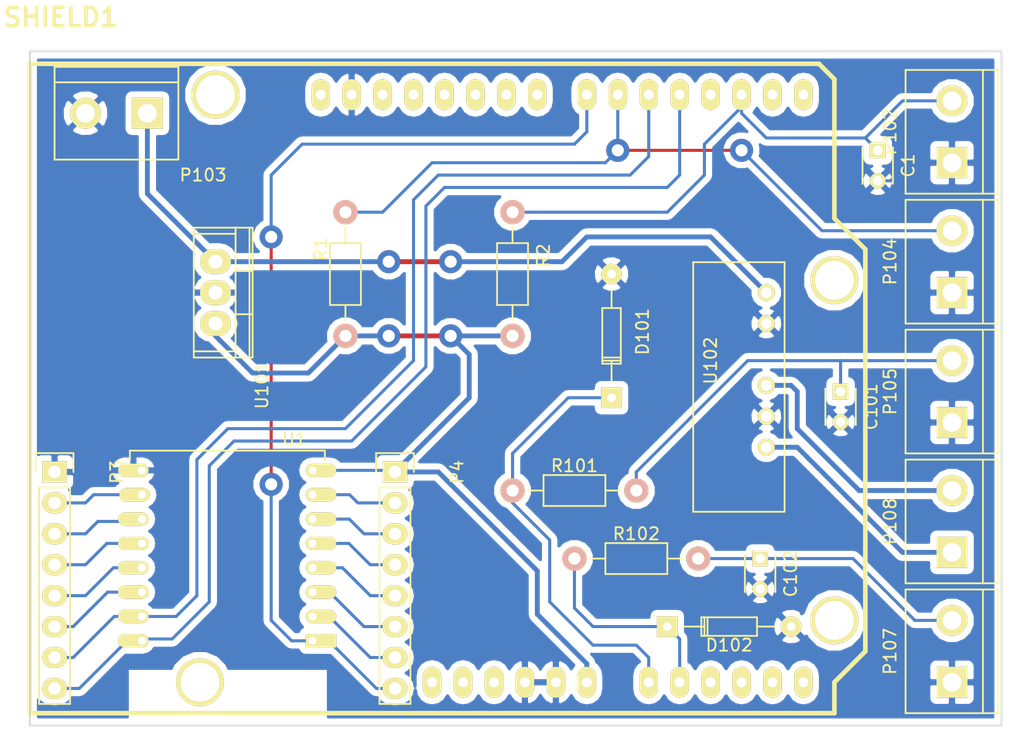
<source format=kicad_pcb>
(kicad_pcb (version 4) (host pcbnew 4.0.2+dfsg1-stable)

  (general
    (links 56)
    (no_connects 0)
    (area 67.34303 25.912 153.933 87.917401)
    (thickness 1.6)
    (drawings 4)
    (tracks 186)
    (zones 0)
    (modules 21)
    (nets 43)
  )

  (page A4)
  (layers
    (0 F.Cu signal)
    (31 B.Cu signal)
    (32 B.Adhes user)
    (33 F.Adhes user)
    (34 B.Paste user)
    (35 F.Paste user)
    (36 B.SilkS user)
    (37 F.SilkS user)
    (38 B.Mask user)
    (39 F.Mask user)
    (40 Dwgs.User user)
    (41 Cmts.User user)
    (42 Eco1.User user)
    (43 Eco2.User user)
    (44 Edge.Cuts user)
    (45 Margin user)
    (46 B.CrtYd user)
    (47 F.CrtYd user)
    (48 B.Fab user)
    (49 F.Fab user)
  )

  (setup
    (last_trace_width 0.25)
    (user_trace_width 0.4)
    (trace_clearance 0.25)
    (zone_clearance 0.508)
    (zone_45_only yes)
    (trace_min 0)
    (segment_width 0.2)
    (edge_width 0.15)
    (via_size 0.6)
    (via_drill 0.4)
    (via_min_size 0)
    (via_min_drill 0.3)
    (user_via 1.9 1)
    (uvia_size 0.3)
    (uvia_drill 0.1)
    (uvias_allowed no)
    (uvia_min_size 0)
    (uvia_min_drill 0.1)
    (pcb_text_width 0.3)
    (pcb_text_size 1.5 1.5)
    (mod_edge_width 0.15)
    (mod_text_size 1 1)
    (mod_text_width 0.15)
    (pad_size 1.524 1.524)
    (pad_drill 0.762)
    (pad_to_mask_clearance 0.2)
    (aux_axis_origin 0 0)
    (grid_origin 117.856 60.96)
    (visible_elements FFFFFF7F)
    (pcbplotparams
      (layerselection 0x010b0_80000001)
      (usegerberextensions false)
      (excludeedgelayer true)
      (linewidth 0.100000)
      (plotframeref false)
      (viasonmask false)
      (mode 1)
      (useauxorigin false)
      (hpglpennumber 1)
      (hpglpenspeed 20)
      (hpglpendiameter 15)
      (hpglpenoverlay 2)
      (psnegative false)
      (psa4output false)
      (plotreference true)
      (plotvalue true)
      (plotinvisibletext false)
      (padsonsilk false)
      (subtractmaskfromsilk false)
      (outputformat 1)
      (mirror false)
      (drillshape 0)
      (scaleselection 1)
      (outputdirectory gerber/))
  )

  (net 0 "")
  (net 1 GND)
  (net 2 /e_g15)
  (net 3 /e_g02)
  (net 4 /e_g00)
  (net 5 /e_g04)
  (net 6 /e_g05)
  (net 7 /e_rx)
  (net 8 /e_tx)
  (net 9 /e_g13)
  (net 10 /e_g12)
  (net 11 /e_g14)
  (net 12 /e_g16)
  (net 13 /e_adc)
  (net 14 "Net-(SHIELD1-Pad3V3)")
  (net 15 "Net-(SHIELD1-PadRST)")
  (net 16 "Net-(SHIELD1-Pad0)")
  (net 17 "Net-(SHIELD1-Pad1)")
  (net 18 "Net-(SHIELD1-PadAREF)")
  (net 19 /a_2_i)
  (net 20 "Net-(SHIELD1-Pad3)")
  (net 21 /a_0_a)
  (net 22 /a_1_a)
  (net 23 /a_7_d)
  (net 24 "Net-(P104-Pad2)")
  (net 25 /e_cpd)
  (net 26 /a_vin)
  (net 27 "Net-(SHIELD1-Pad5V)")
  (net 28 VCC)
  (net 29 "Net-(C101-Pad1)")
  (net 30 "Net-(C102-Pad1)")
  (net 31 "Net-(P108-Pad1)")
  (net 32 "Net-(P108-Pad2)")
  (net 33 "Net-(SHIELD1-PadAD5)")
  (net 34 "Net-(SHIELD1-PadAD4)")
  (net 35 "Net-(SHIELD1-PadAD3)")
  (net 36 "Net-(SHIELD1-PadAD2)")
  (net 37 "Net-(SHIELD1-Pad8)")
  (net 38 "Net-(SHIELD1-Pad9)")
  (net 39 "Net-(SHIELD1-Pad10)")
  (net 40 "Net-(SHIELD1-Pad11)")
  (net 41 "Net-(SHIELD1-Pad12)")
  (net 42 "Net-(SHIELD1-Pad13)")

  (net_class Default "This is the default net class."
    (clearance 0.25)
    (trace_width 0.25)
    (via_dia 0.6)
    (via_drill 0.4)
    (uvia_dia 0.3)
    (uvia_drill 0.1)
    (add_net /a_0_a)
    (add_net /a_1_a)
    (add_net /a_2_i)
    (add_net /a_7_d)
    (add_net /a_vin)
    (add_net /e_adc)
    (add_net /e_cpd)
    (add_net /e_g00)
    (add_net /e_g02)
    (add_net /e_g04)
    (add_net /e_g05)
    (add_net /e_g12)
    (add_net /e_g13)
    (add_net /e_g14)
    (add_net /e_g15)
    (add_net /e_g16)
    (add_net /e_rx)
    (add_net /e_tx)
    (add_net GND)
    (add_net "Net-(C101-Pad1)")
    (add_net "Net-(C102-Pad1)")
    (add_net "Net-(P104-Pad2)")
    (add_net "Net-(P108-Pad1)")
    (add_net "Net-(P108-Pad2)")
    (add_net "Net-(SHIELD1-Pad0)")
    (add_net "Net-(SHIELD1-Pad1)")
    (add_net "Net-(SHIELD1-Pad10)")
    (add_net "Net-(SHIELD1-Pad11)")
    (add_net "Net-(SHIELD1-Pad12)")
    (add_net "Net-(SHIELD1-Pad13)")
    (add_net "Net-(SHIELD1-Pad3)")
    (add_net "Net-(SHIELD1-Pad3V3)")
    (add_net "Net-(SHIELD1-Pad5V)")
    (add_net "Net-(SHIELD1-Pad8)")
    (add_net "Net-(SHIELD1-Pad9)")
    (add_net "Net-(SHIELD1-PadAD2)")
    (add_net "Net-(SHIELD1-PadAD3)")
    (add_net "Net-(SHIELD1-PadAD4)")
    (add_net "Net-(SHIELD1-PadAD5)")
    (add_net "Net-(SHIELD1-PadAREF)")
    (add_net "Net-(SHIELD1-PadRST)")
    (add_net VCC)
  )

  (module "arduino_shields:ARDUINO SHIELD" (layer F.Cu) (tedit 4CD6A37D) (tstamp 584D40FF)
    (at 72.136 84.836)
    (path /584C231F)
    (fp_text reference SHIELD1 (at 2.54 -57.15) (layer F.SilkS)
      (effects (font (thickness 0.3048)))
    )
    (fp_text value ARDUINO_SHIELD (at 5.08 -54.61) (layer F.SilkS) hide
      (effects (font (thickness 0.3048)))
    )
    (fp_line (start 66.04 -40.64) (end 66.04 -52.07) (layer F.SilkS) (width 0.381))
    (fp_line (start 66.04 -52.07) (end 64.77 -53.34) (layer F.SilkS) (width 0.381))
    (fp_line (start 64.77 -53.34) (end 0 -53.34) (layer F.SilkS) (width 0.381))
    (fp_line (start 66.04 0) (end 0 0) (layer F.SilkS) (width 0.381))
    (fp_line (start 0 0) (end 0 -53.34) (layer F.SilkS) (width 0.381))
    (fp_line (start 66.04 -40.64) (end 68.58 -38.1) (layer F.SilkS) (width 0.381))
    (fp_line (start 68.58 -38.1) (end 68.58 -5.08) (layer F.SilkS) (width 0.381))
    (fp_line (start 68.58 -5.08) (end 66.04 -2.54) (layer F.SilkS) (width 0.381))
    (fp_line (start 66.04 -2.54) (end 66.04 0) (layer F.SilkS) (width 0.381))
    (pad AD5 thru_hole oval (at 63.5 -2.54 90) (size 2.54 1.524) (drill 0.8128) (layers *.Cu *.Mask F.SilkS)
      (net 33 "Net-(SHIELD1-PadAD5)"))
    (pad AD4 thru_hole oval (at 60.96 -2.54 90) (size 2.54 1.524) (drill 0.8128) (layers *.Cu *.Mask F.SilkS)
      (net 34 "Net-(SHIELD1-PadAD4)"))
    (pad AD3 thru_hole oval (at 58.42 -2.54 90) (size 2.54 1.524) (drill 0.8128) (layers *.Cu *.Mask F.SilkS)
      (net 35 "Net-(SHIELD1-PadAD3)"))
    (pad AD0 thru_hole oval (at 50.8 -2.54 90) (size 2.54 1.524) (drill 0.8128) (layers *.Cu *.Mask F.SilkS)
      (net 21 /a_0_a))
    (pad AD1 thru_hole oval (at 53.34 -2.54 90) (size 2.54 1.524) (drill 0.8128) (layers *.Cu *.Mask F.SilkS)
      (net 22 /a_1_a))
    (pad AD2 thru_hole oval (at 55.88 -2.54 90) (size 2.54 1.524) (drill 0.8128) (layers *.Cu *.Mask F.SilkS)
      (net 36 "Net-(SHIELD1-PadAD2)"))
    (pad V_IN thru_hole oval (at 45.72 -2.54 90) (size 2.54 1.524) (drill 0.8128) (layers *.Cu *.Mask F.SilkS)
      (net 26 /a_vin))
    (pad GND2 thru_hole oval (at 43.18 -2.54 90) (size 2.54 1.524) (drill 0.8128) (layers *.Cu *.Mask F.SilkS)
      (net 1 GND))
    (pad GND1 thru_hole oval (at 40.64 -2.54 90) (size 2.54 1.524) (drill 0.8128) (layers *.Cu *.Mask F.SilkS)
      (net 1 GND))
    (pad 3V3 thru_hole oval (at 35.56 -2.54 90) (size 2.54 1.524) (drill 0.8128) (layers *.Cu *.Mask F.SilkS)
      (net 14 "Net-(SHIELD1-Pad3V3)"))
    (pad RST thru_hole oval (at 33.02 -2.54 90) (size 2.54 1.524) (drill 0.8128) (layers *.Cu *.Mask F.SilkS)
      (net 15 "Net-(SHIELD1-PadRST)"))
    (pad 0 thru_hole oval (at 63.5 -50.8 90) (size 2.54 1.524) (drill 0.8128) (layers *.Cu *.Mask F.SilkS)
      (net 16 "Net-(SHIELD1-Pad0)"))
    (pad 1 thru_hole oval (at 60.96 -50.8 90) (size 2.54 1.524) (drill 0.8128) (layers *.Cu *.Mask F.SilkS)
      (net 17 "Net-(SHIELD1-Pad1)"))
    (pad 2 thru_hole oval (at 58.42 -50.8 90) (size 2.54 1.524) (drill 0.8128) (layers *.Cu *.Mask F.SilkS)
      (net 19 /a_2_i))
    (pad 3 thru_hole oval (at 55.88 -50.8 90) (size 2.54 1.524) (drill 0.8128) (layers *.Cu *.Mask F.SilkS)
      (net 20 "Net-(SHIELD1-Pad3)"))
    (pad 4 thru_hole oval (at 53.34 -50.8 90) (size 2.54 1.524) (drill 0.8128) (layers *.Cu *.Mask F.SilkS)
      (net 8 /e_tx))
    (pad 5 thru_hole oval (at 50.8 -50.8 90) (size 2.54 1.524) (drill 0.8128) (layers *.Cu *.Mask F.SilkS)
      (net 7 /e_rx))
    (pad 6 thru_hole oval (at 48.26 -50.8 90) (size 2.54 1.524) (drill 0.8128) (layers *.Cu *.Mask F.SilkS)
      (net 24 "Net-(P104-Pad2)"))
    (pad 7 thru_hole oval (at 45.72 -50.8 90) (size 2.54 1.524) (drill 0.8128) (layers *.Cu *.Mask F.SilkS)
      (net 23 /a_7_d))
    (pad 8 thru_hole oval (at 41.656 -50.8 90) (size 2.54 1.524) (drill 0.8128) (layers *.Cu *.Mask F.SilkS)
      (net 37 "Net-(SHIELD1-Pad8)"))
    (pad 9 thru_hole oval (at 39.116 -50.8 90) (size 2.54 1.524) (drill 0.8128) (layers *.Cu *.Mask F.SilkS)
      (net 38 "Net-(SHIELD1-Pad9)"))
    (pad 10 thru_hole oval (at 36.576 -50.8 90) (size 2.54 1.524) (drill 0.8128) (layers *.Cu *.Mask F.SilkS)
      (net 39 "Net-(SHIELD1-Pad10)"))
    (pad 11 thru_hole oval (at 34.036 -50.8 90) (size 2.54 1.524) (drill 0.8128) (layers *.Cu *.Mask F.SilkS)
      (net 40 "Net-(SHIELD1-Pad11)"))
    (pad 12 thru_hole oval (at 31.496 -50.8 90) (size 2.54 1.524) (drill 0.8128) (layers *.Cu *.Mask F.SilkS)
      (net 41 "Net-(SHIELD1-Pad12)"))
    (pad 13 thru_hole oval (at 28.956 -50.8 90) (size 2.54 1.524) (drill 0.8128) (layers *.Cu *.Mask F.SilkS)
      (net 42 "Net-(SHIELD1-Pad13)"))
    (pad GND3 thru_hole oval (at 26.416 -50.8 90) (size 2.54 1.524) (drill 0.8128) (layers *.Cu *.Mask F.SilkS)
      (net 1 GND))
    (pad AREF thru_hole oval (at 23.876 -50.8 90) (size 2.54 1.524) (drill 0.8128) (layers *.Cu *.Mask F.SilkS)
      (net 18 "Net-(SHIELD1-PadAREF)"))
    (pad 5V thru_hole oval (at 38.1 -2.54 90) (size 2.54 1.524) (drill 0.8128) (layers *.Cu *.Mask F.SilkS)
      (net 27 "Net-(SHIELD1-Pad5V)"))
    (pad "" thru_hole circle (at 66.04 -7.62 90) (size 3.937 3.937) (drill 3.175) (layers *.Cu *.Mask F.SilkS))
    (pad "" thru_hole circle (at 66.04 -35.56 90) (size 3.937 3.937) (drill 3.175) (layers *.Cu *.Mask F.SilkS))
    (pad "" thru_hole circle (at 15.24 -50.8 90) (size 3.937 3.937) (drill 3.175) (layers *.Cu *.Mask F.SilkS))
    (pad "" thru_hole circle (at 13.97 -2.54 90) (size 3.937 3.937) (drill 3.175) (layers *.Cu *.Mask F.SilkS))
  )

  (module Socket_Strips:Socket_Strip_Straight_1x08 (layer F.Cu) (tedit 0) (tstamp 584D40C9)
    (at 74.168 65.024 270)
    (descr "Through hole socket strip")
    (tags "socket strip")
    (path /584D4651)
    (fp_text reference P3 (at 0 -5.1 270) (layer F.SilkS)
      (effects (font (size 1 1) (thickness 0.15)))
    )
    (fp_text value CONN_01X08 (at 0 -3.1 270) (layer F.Fab)
      (effects (font (size 1 1) (thickness 0.15)))
    )
    (fp_line (start -1.75 -1.75) (end -1.75 1.75) (layer F.CrtYd) (width 0.05))
    (fp_line (start 19.55 -1.75) (end 19.55 1.75) (layer F.CrtYd) (width 0.05))
    (fp_line (start -1.75 -1.75) (end 19.55 -1.75) (layer F.CrtYd) (width 0.05))
    (fp_line (start -1.75 1.75) (end 19.55 1.75) (layer F.CrtYd) (width 0.05))
    (fp_line (start 1.27 1.27) (end 19.05 1.27) (layer F.SilkS) (width 0.15))
    (fp_line (start 19.05 1.27) (end 19.05 -1.27) (layer F.SilkS) (width 0.15))
    (fp_line (start 19.05 -1.27) (end 1.27 -1.27) (layer F.SilkS) (width 0.15))
    (fp_line (start -1.55 1.55) (end 0 1.55) (layer F.SilkS) (width 0.15))
    (fp_line (start 1.27 1.27) (end 1.27 -1.27) (layer F.SilkS) (width 0.15))
    (fp_line (start 0 -1.55) (end -1.55 -1.55) (layer F.SilkS) (width 0.15))
    (fp_line (start -1.55 -1.55) (end -1.55 1.55) (layer F.SilkS) (width 0.15))
    (pad 1 thru_hole rect (at 0 0 270) (size 1.7272 2.032) (drill 1.016) (layers *.Cu *.Mask F.SilkS)
      (net 1 GND))
    (pad 2 thru_hole oval (at 2.54 0 270) (size 1.7272 2.032) (drill 1.016) (layers *.Cu *.Mask F.SilkS)
      (net 2 /e_g15))
    (pad 3 thru_hole oval (at 5.08 0 270) (size 1.7272 2.032) (drill 1.016) (layers *.Cu *.Mask F.SilkS)
      (net 3 /e_g02))
    (pad 4 thru_hole oval (at 7.62 0 270) (size 1.7272 2.032) (drill 1.016) (layers *.Cu *.Mask F.SilkS)
      (net 4 /e_g00))
    (pad 5 thru_hole oval (at 10.16 0 270) (size 1.7272 2.032) (drill 1.016) (layers *.Cu *.Mask F.SilkS)
      (net 5 /e_g04))
    (pad 6 thru_hole oval (at 12.7 0 270) (size 1.7272 2.032) (drill 1.016) (layers *.Cu *.Mask F.SilkS)
      (net 6 /e_g05))
    (pad 7 thru_hole oval (at 15.24 0 270) (size 1.7272 2.032) (drill 1.016) (layers *.Cu *.Mask F.SilkS)
      (net 7 /e_rx))
    (pad 8 thru_hole oval (at 17.78 0 270) (size 1.7272 2.032) (drill 1.016) (layers *.Cu *.Mask F.SilkS)
      (net 8 /e_tx))
    (model Socket_Strips.3dshapes/Socket_Strip_Straight_1x08.wrl
      (at (xyz 0.35 0 0))
      (scale (xyz 1 1 1))
      (rotate (xyz 0 0 180))
    )
  )

  (module ESP8266:ESP-12 locked (layer F.Cu) (tedit 55BE5912) (tstamp 584D4113)
    (at 95.3389 78.8924 180)
    (descr "Module, ESP-8266, ESP-12, 16 pad, SMD")
    (tags "Module ESP-8266 ESP8266")
    (path /584C1CED)
    (fp_text reference U1 (at 1.5 16.6 180) (layer F.SilkS)
      (effects (font (size 1 1) (thickness 0.15)))
    )
    (fp_text value ESP-12 (at 6.992 1 180) (layer F.Fab)
      (effects (font (size 1 1) (thickness 0.15)))
    )
    (fp_line (start -2.25 -0.5) (end -2.25 -8.75) (layer F.CrtYd) (width 0.05))
    (fp_line (start -2.25 -8.75) (end 15.25 -8.75) (layer F.CrtYd) (width 0.05))
    (fp_line (start 15.25 -8.75) (end 16.25 -8.75) (layer F.CrtYd) (width 0.05))
    (fp_line (start 16.25 -8.75) (end 16.25 16) (layer F.CrtYd) (width 0.05))
    (fp_line (start 16.25 16) (end -2.25 16) (layer F.CrtYd) (width 0.05))
    (fp_line (start -2.25 16) (end -2.25 -0.5) (layer F.CrtYd) (width 0.05))
    (fp_line (start -1.016 -8.382) (end 14.986 -8.382) (layer F.CrtYd) (width 0.1524))
    (fp_line (start 14.986 -8.382) (end 14.986 -0.889) (layer F.CrtYd) (width 0.1524))
    (fp_line (start -1.016 -8.382) (end -1.016 -1.016) (layer F.CrtYd) (width 0.1524))
    (fp_line (start -1.016 14.859) (end -1.016 15.621) (layer F.SilkS) (width 0.1524))
    (fp_line (start -1.016 15.621) (end 14.986 15.621) (layer F.SilkS) (width 0.1524))
    (fp_line (start 14.986 15.621) (end 14.986 14.859) (layer F.SilkS) (width 0.1524))
    (fp_line (start 14.992 -8.4) (end -1.008 -2.6) (layer F.CrtYd) (width 0.1524))
    (fp_line (start -1.008 -8.4) (end 14.992 -2.6) (layer F.CrtYd) (width 0.1524))
    (fp_text user "No Copper" (at 6.892 -5.4 180) (layer F.CrtYd)
      (effects (font (size 1 1) (thickness 0.15)))
    )
    (fp_line (start -1.008 -2.6) (end 14.992 -2.6) (layer F.CrtYd) (width 0.1524))
    (fp_line (start 15 -8.4) (end 15 15.6) (layer F.Fab) (width 0.05))
    (fp_line (start 14.992 15.6) (end -1.008 15.6) (layer F.Fab) (width 0.05))
    (fp_line (start -1.008 15.6) (end -1.008 -8.4) (layer F.Fab) (width 0.05))
    (fp_line (start -1.008 -8.4) (end 14.992 -8.4) (layer F.Fab) (width 0.05))
    (pad 1 thru_hole rect (at 0 0 180) (size 2.5 1.1) (drill 0.65 (offset -0.7 0)) (layers *.Cu *.Mask F.SilkS)
      (net 23 /a_7_d))
    (pad 2 thru_hole oval (at 0 2 180) (size 2.5 1.1) (drill 0.65 (offset -0.7 0)) (layers *.Cu *.Mask F.SilkS)
      (net 13 /e_adc))
    (pad 3 thru_hole oval (at 0 4 180) (size 2.5 1.1) (drill 0.65 (offset -0.7 0)) (layers *.Cu *.Mask F.SilkS)
      (net 25 /e_cpd))
    (pad 4 thru_hole oval (at 0 6 180) (size 2.5 1.1) (drill 0.65 (offset -0.7 0)) (layers *.Cu *.Mask F.SilkS)
      (net 12 /e_g16))
    (pad 5 thru_hole oval (at 0 8 180) (size 2.5 1.1) (drill 0.65 (offset -0.7 0)) (layers *.Cu *.Mask F.SilkS)
      (net 11 /e_g14))
    (pad 6 thru_hole oval (at 0 10 180) (size 2.5 1.1) (drill 0.65 (offset -0.7 0)) (layers *.Cu *.Mask F.SilkS)
      (net 10 /e_g12))
    (pad 7 thru_hole oval (at 0 12 180) (size 2.5 1.1) (drill 0.65 (offset -0.7 0)) (layers *.Cu *.Mask F.SilkS)
      (net 9 /e_g13))
    (pad 8 thru_hole oval (at 0 14 180) (size 2.5 1.1) (drill 0.65 (offset -0.7 0)) (layers *.Cu *.Mask F.SilkS)
      (net 26 /a_vin))
    (pad 9 thru_hole oval (at 14 14 180) (size 2.5 1.1) (drill 0.65 (offset 0.7 0)) (layers *.Cu *.Mask F.SilkS)
      (net 1 GND))
    (pad 10 thru_hole oval (at 14 12 180) (size 2.5 1.1) (drill 0.65 (offset 0.6 0)) (layers *.Cu *.Mask F.SilkS)
      (net 2 /e_g15))
    (pad 11 thru_hole oval (at 14 10 180) (size 2.5 1.1) (drill 0.65 (offset 0.7 0)) (layers *.Cu *.Mask F.SilkS)
      (net 3 /e_g02))
    (pad 12 thru_hole oval (at 14 8 180) (size 2.5 1.1) (drill 0.65 (offset 0.7 0)) (layers *.Cu *.Mask F.SilkS)
      (net 4 /e_g00))
    (pad 13 thru_hole oval (at 14 6 180) (size 2.5 1.1) (drill 0.65 (offset 0.7 0)) (layers *.Cu *.Mask F.SilkS)
      (net 5 /e_g04))
    (pad 14 thru_hole oval (at 14 4 180) (size 2.5 1.1) (drill 0.65 (offset 0.7 0)) (layers *.Cu *.Mask F.SilkS)
      (net 6 /e_g05))
    (pad 15 thru_hole oval (at 14 2 180) (size 2.5 1.1) (drill 0.65 (offset 0.7 0)) (layers *.Cu *.Mask F.SilkS)
      (net 7 /e_rx))
    (pad 16 thru_hole oval (at 14 0 180) (size 2.5 1.1) (drill 0.65 (offset 0.7 0)) (layers *.Cu *.Mask F.SilkS)
      (net 8 /e_tx))
    (model ${ESPLIB}/ESP8266.3dshapes/ESP-12.wrl
      (at (xyz 0 0 0))
      (scale (xyz 0.3937 0.3937 0.3937))
      (rotate (xyz 0 0 0))
    )
  )

  (module Socket_Strips:Socket_Strip_Straight_1x08 (layer F.Cu) (tedit 0) (tstamp 584D40D5)
    (at 102.108 65.024 270)
    (descr "Through hole socket strip")
    (tags "socket strip")
    (path /584D4712)
    (fp_text reference P4 (at 0 -5.1 270) (layer F.SilkS)
      (effects (font (size 1 1) (thickness 0.15)))
    )
    (fp_text value CONN_01X08 (at 0 -3.1 270) (layer F.Fab)
      (effects (font (size 1 1) (thickness 0.15)))
    )
    (fp_line (start -1.75 -1.75) (end -1.75 1.75) (layer F.CrtYd) (width 0.05))
    (fp_line (start 19.55 -1.75) (end 19.55 1.75) (layer F.CrtYd) (width 0.05))
    (fp_line (start -1.75 -1.75) (end 19.55 -1.75) (layer F.CrtYd) (width 0.05))
    (fp_line (start -1.75 1.75) (end 19.55 1.75) (layer F.CrtYd) (width 0.05))
    (fp_line (start 1.27 1.27) (end 19.05 1.27) (layer F.SilkS) (width 0.15))
    (fp_line (start 19.05 1.27) (end 19.05 -1.27) (layer F.SilkS) (width 0.15))
    (fp_line (start 19.05 -1.27) (end 1.27 -1.27) (layer F.SilkS) (width 0.15))
    (fp_line (start -1.55 1.55) (end 0 1.55) (layer F.SilkS) (width 0.15))
    (fp_line (start 1.27 1.27) (end 1.27 -1.27) (layer F.SilkS) (width 0.15))
    (fp_line (start 0 -1.55) (end -1.55 -1.55) (layer F.SilkS) (width 0.15))
    (fp_line (start -1.55 -1.55) (end -1.55 1.55) (layer F.SilkS) (width 0.15))
    (pad 1 thru_hole rect (at 0 0 270) (size 1.7272 2.032) (drill 1.016) (layers *.Cu *.Mask F.SilkS)
      (net 26 /a_vin))
    (pad 2 thru_hole oval (at 2.54 0 270) (size 1.7272 2.032) (drill 1.016) (layers *.Cu *.Mask F.SilkS)
      (net 9 /e_g13))
    (pad 3 thru_hole oval (at 5.08 0 270) (size 1.7272 2.032) (drill 1.016) (layers *.Cu *.Mask F.SilkS)
      (net 10 /e_g12))
    (pad 4 thru_hole oval (at 7.62 0 270) (size 1.7272 2.032) (drill 1.016) (layers *.Cu *.Mask F.SilkS)
      (net 11 /e_g14))
    (pad 5 thru_hole oval (at 10.16 0 270) (size 1.7272 2.032) (drill 1.016) (layers *.Cu *.Mask F.SilkS)
      (net 12 /e_g16))
    (pad 6 thru_hole oval (at 12.7 0 270) (size 1.7272 2.032) (drill 1.016) (layers *.Cu *.Mask F.SilkS)
      (net 25 /e_cpd))
    (pad 7 thru_hole oval (at 15.24 0 270) (size 1.7272 2.032) (drill 1.016) (layers *.Cu *.Mask F.SilkS)
      (net 13 /e_adc))
    (pad 8 thru_hole oval (at 17.78 0 270) (size 1.7272 2.032) (drill 1.016) (layers *.Cu *.Mask F.SilkS)
      (net 23 /a_7_d))
    (model Socket_Strips.3dshapes/Socket_Strip_Straight_1x08.wrl
      (at (xyz 0.35 0 0))
      (scale (xyz 1 1 1))
      (rotate (xyz 0 0 180))
    )
  )

  (module Capacitors_ThroughHole:C_Disc_D3_P2.5 (layer F.Cu) (tedit 0) (tstamp 5850185E)
    (at 141.732 38.608 270)
    (descr "Capacitor 3mm Disc, Pitch 2.5mm")
    (tags Capacitor)
    (path /58501908)
    (fp_text reference C1 (at 1.25 -2.5 270) (layer F.SilkS)
      (effects (font (size 1 1) (thickness 0.15)))
    )
    (fp_text value 100nF (at 1.25 2.5 270) (layer F.Fab)
      (effects (font (size 1 1) (thickness 0.15)))
    )
    (fp_line (start -0.9 -1.5) (end 3.4 -1.5) (layer F.CrtYd) (width 0.05))
    (fp_line (start 3.4 -1.5) (end 3.4 1.5) (layer F.CrtYd) (width 0.05))
    (fp_line (start 3.4 1.5) (end -0.9 1.5) (layer F.CrtYd) (width 0.05))
    (fp_line (start -0.9 1.5) (end -0.9 -1.5) (layer F.CrtYd) (width 0.05))
    (fp_line (start -0.25 -1.25) (end 2.75 -1.25) (layer F.SilkS) (width 0.15))
    (fp_line (start 2.75 1.25) (end -0.25 1.25) (layer F.SilkS) (width 0.15))
    (pad 1 thru_hole rect (at 0 0 270) (size 1.3 1.3) (drill 0.8) (layers *.Cu *.Mask F.SilkS)
      (net 19 /a_2_i))
    (pad 2 thru_hole circle (at 2.5 0 270) (size 1.3 1.3) (drill 0.8001) (layers *.Cu *.Mask F.SilkS)
      (net 1 GND))
    (model Capacitors_ThroughHole.3dshapes/C_Disc_D3_P2.5.wrl
      (at (xyz 0.0492126 0 0))
      (scale (xyz 1 1 1))
      (rotate (xyz 0 0 0))
    )
  )

  (module Capacitors_ThroughHole:C_Disc_D3_P2.5 (layer F.Cu) (tedit 0) (tstamp 58735ADB)
    (at 138.684 58.42 270)
    (descr "Capacitor 3mm Disc, Pitch 2.5mm")
    (tags Capacitor)
    (path /58734169)
    (fp_text reference C101 (at 1.25 -2.5 270) (layer F.SilkS)
      (effects (font (size 1 1) (thickness 0.15)))
    )
    (fp_text value 100nF (at 1.25 2.5 270) (layer F.Fab)
      (effects (font (size 1 1) (thickness 0.15)))
    )
    (fp_line (start -0.9 -1.5) (end 3.4 -1.5) (layer F.CrtYd) (width 0.05))
    (fp_line (start 3.4 -1.5) (end 3.4 1.5) (layer F.CrtYd) (width 0.05))
    (fp_line (start 3.4 1.5) (end -0.9 1.5) (layer F.CrtYd) (width 0.05))
    (fp_line (start -0.9 1.5) (end -0.9 -1.5) (layer F.CrtYd) (width 0.05))
    (fp_line (start -0.25 -1.25) (end 2.75 -1.25) (layer F.SilkS) (width 0.15))
    (fp_line (start 2.75 1.25) (end -0.25 1.25) (layer F.SilkS) (width 0.15))
    (pad 1 thru_hole rect (at 0 0 270) (size 1.3 1.3) (drill 0.8) (layers *.Cu *.Mask F.SilkS)
      (net 29 "Net-(C101-Pad1)"))
    (pad 2 thru_hole circle (at 2.5 0 270) (size 1.3 1.3) (drill 0.8001) (layers *.Cu *.Mask F.SilkS)
      (net 1 GND))
    (model Capacitors_ThroughHole.3dshapes/C_Disc_D3_P2.5.wrl
      (at (xyz 0.0492126 0 0))
      (scale (xyz 1 1 1))
      (rotate (xyz 0 0 0))
    )
  )

  (module Capacitors_ThroughHole:C_Disc_D3_P2.5 (layer F.Cu) (tedit 0) (tstamp 58735AE1)
    (at 132.08 72.136 270)
    (descr "Capacitor 3mm Disc, Pitch 2.5mm")
    (tags Capacitor)
    (path /58734FDB)
    (fp_text reference C102 (at 1.25 -2.5 270) (layer F.SilkS)
      (effects (font (size 1 1) (thickness 0.15)))
    )
    (fp_text value 100nF (at 1.25 2.5 270) (layer F.Fab)
      (effects (font (size 1 1) (thickness 0.15)))
    )
    (fp_line (start -0.9 -1.5) (end 3.4 -1.5) (layer F.CrtYd) (width 0.05))
    (fp_line (start 3.4 -1.5) (end 3.4 1.5) (layer F.CrtYd) (width 0.05))
    (fp_line (start 3.4 1.5) (end -0.9 1.5) (layer F.CrtYd) (width 0.05))
    (fp_line (start -0.9 1.5) (end -0.9 -1.5) (layer F.CrtYd) (width 0.05))
    (fp_line (start -0.25 -1.25) (end 2.75 -1.25) (layer F.SilkS) (width 0.15))
    (fp_line (start 2.75 1.25) (end -0.25 1.25) (layer F.SilkS) (width 0.15))
    (pad 1 thru_hole rect (at 0 0 270) (size 1.3 1.3) (drill 0.8) (layers *.Cu *.Mask F.SilkS)
      (net 30 "Net-(C102-Pad1)"))
    (pad 2 thru_hole circle (at 2.5 0 270) (size 1.3 1.3) (drill 0.8001) (layers *.Cu *.Mask F.SilkS)
      (net 1 GND))
    (model Capacitors_ThroughHole.3dshapes/C_Disc_D3_P2.5.wrl
      (at (xyz 0.0492126 0 0))
      (scale (xyz 1 1 1))
      (rotate (xyz 0 0 0))
    )
  )

  (module Diodes_ThroughHole:Diode_DO-35_SOD27_Horizontal_RM10 (layer F.Cu) (tedit 58748B5E) (tstamp 58735AE7)
    (at 119.888 58.928 90)
    (descr "Diode, DO-35,  SOD27, Horizontal, RM 10mm")
    (tags "Diode, DO-35, SOD27, Horizontal, RM 10mm, 1N4148,")
    (path /587342FE)
    (fp_text reference D101 (at 5.43052 2.53746 90) (layer F.SilkS)
      (effects (font (size 1 1) (thickness 0.15)))
    )
    (fp_text value ZENER (at 5.08 0 90) (layer F.Fab)
      (effects (font (size 1 1) (thickness 0.15)))
    )
    (fp_line (start 7.36652 -0.00254) (end 8.76352 -0.00254) (layer F.SilkS) (width 0.15))
    (fp_line (start 2.92152 -0.00254) (end 1.39752 -0.00254) (layer F.SilkS) (width 0.15))
    (fp_line (start 3.30252 -0.76454) (end 3.30252 0.75946) (layer F.SilkS) (width 0.15))
    (fp_line (start 3.04852 -0.76454) (end 3.04852 0.75946) (layer F.SilkS) (width 0.15))
    (fp_line (start 2.79452 -0.00254) (end 2.79452 0.75946) (layer F.SilkS) (width 0.15))
    (fp_line (start 2.79452 0.75946) (end 7.36652 0.75946) (layer F.SilkS) (width 0.15))
    (fp_line (start 7.36652 0.75946) (end 7.36652 -0.76454) (layer F.SilkS) (width 0.15))
    (fp_line (start 7.36652 -0.76454) (end 2.79452 -0.76454) (layer F.SilkS) (width 0.15))
    (fp_line (start 2.79452 -0.76454) (end 2.79452 -0.00254) (layer F.SilkS) (width 0.15))
    (pad 2 thru_hole circle (at 10.16052 -0.00254 270) (size 1.69926 1.69926) (drill 0.70104) (layers *.Cu *.Mask F.SilkS)
      (net 1 GND))
    (pad 1 thru_hole rect (at 0.00052 -0.00254 270) (size 1.69926 1.69926) (drill 0.70104) (layers *.Cu *.Mask F.SilkS)
      (net 21 /a_0_a))
    (model Diodes_ThroughHole.3dshapes/Diode_DO-35_SOD27_Horizontal_RM10.wrl
      (at (xyz 0.2 0 0))
      (scale (xyz 0.4 0.4 0.4))
      (rotate (xyz 0 0 180))
    )
  )

  (module Diodes_ThroughHole:Diode_DO-35_SOD27_Horizontal_RM10 (layer F.Cu) (tedit 587396F6) (tstamp 58735AED)
    (at 124.46 77.724)
    (descr "Diode, DO-35,  SOD27, Horizontal, RM 10mm")
    (tags "Diode, DO-35, SOD27, Horizontal, RM 10mm, 1N4148,")
    (path /58734F5F)
    (fp_text reference D102 (at 5.08 1.524) (layer F.SilkS)
      (effects (font (size 1 1) (thickness 0.15)))
    )
    (fp_text value ZENER (at 5.08 0) (layer F.Fab)
      (effects (font (size 1 1) (thickness 0.15)))
    )
    (fp_line (start 7.36652 -0.00254) (end 8.76352 -0.00254) (layer F.SilkS) (width 0.15))
    (fp_line (start 2.92152 -0.00254) (end 1.39752 -0.00254) (layer F.SilkS) (width 0.15))
    (fp_line (start 3.30252 -0.76454) (end 3.30252 0.75946) (layer F.SilkS) (width 0.15))
    (fp_line (start 3.04852 -0.76454) (end 3.04852 0.75946) (layer F.SilkS) (width 0.15))
    (fp_line (start 2.79452 -0.00254) (end 2.79452 0.75946) (layer F.SilkS) (width 0.15))
    (fp_line (start 2.79452 0.75946) (end 7.36652 0.75946) (layer F.SilkS) (width 0.15))
    (fp_line (start 7.36652 0.75946) (end 7.36652 -0.76454) (layer F.SilkS) (width 0.15))
    (fp_line (start 7.36652 -0.76454) (end 2.79452 -0.76454) (layer F.SilkS) (width 0.15))
    (fp_line (start 2.79452 -0.76454) (end 2.79452 -0.00254) (layer F.SilkS) (width 0.15))
    (pad 2 thru_hole circle (at 10.16052 -0.00254 180) (size 1.69926 1.69926) (drill 0.70104) (layers *.Cu *.Mask F.SilkS)
      (net 1 GND))
    (pad 1 thru_hole rect (at 0.00052 -0.00254 180) (size 1.69926 1.69926) (drill 0.70104) (layers *.Cu *.Mask F.SilkS)
      (net 22 /a_1_a))
    (model Diodes_ThroughHole.3dshapes/Diode_DO-35_SOD27_Horizontal_RM10.wrl
      (at (xyz 0.2 0 0))
      (scale (xyz 0.4 0.4 0.4))
      (rotate (xyz 0 0 180))
    )
  )

  (module Connect:bornier2 (layer F.Cu) (tedit 0) (tstamp 58735AF3)
    (at 147.828 58.42 90)
    (descr "Bornier d'alimentation 2 pins")
    (tags DEV)
    (path /58733A1B)
    (fp_text reference P105 (at 0 -5.08 90) (layer F.SilkS)
      (effects (font (size 1 1) (thickness 0.15)))
    )
    (fp_text value AN_0 (at 0 5.08 90) (layer F.Fab)
      (effects (font (size 1 1) (thickness 0.15)))
    )
    (fp_line (start 5.08 2.54) (end -5.08 2.54) (layer F.SilkS) (width 0.15))
    (fp_line (start 5.08 3.81) (end 5.08 -3.81) (layer F.SilkS) (width 0.15))
    (fp_line (start 5.08 -3.81) (end -5.08 -3.81) (layer F.SilkS) (width 0.15))
    (fp_line (start -5.08 -3.81) (end -5.08 3.81) (layer F.SilkS) (width 0.15))
    (fp_line (start -5.08 3.81) (end 5.08 3.81) (layer F.SilkS) (width 0.15))
    (pad 1 thru_hole rect (at -2.54 0 90) (size 2.54 2.54) (drill 1.524) (layers *.Cu *.Mask F.SilkS)
      (net 1 GND))
    (pad 2 thru_hole circle (at 2.54 0 90) (size 2.54 2.54) (drill 1.524) (layers *.Cu *.Mask F.SilkS)
      (net 29 "Net-(C101-Pad1)"))
    (model Connect.3dshapes/bornier2.wrl
      (at (xyz 0 0 0))
      (scale (xyz 1 1 1))
      (rotate (xyz 0 0 0))
    )
  )

  (module Connect:bornier2 (layer F.Cu) (tedit 0) (tstamp 58735AF9)
    (at 147.828 79.756 90)
    (descr "Bornier d'alimentation 2 pins")
    (tags DEV)
    (path /58734E4A)
    (fp_text reference P107 (at 0 -5.08 90) (layer F.SilkS)
      (effects (font (size 1 1) (thickness 0.15)))
    )
    (fp_text value AN_1 (at 0 5.08 90) (layer F.Fab)
      (effects (font (size 1 1) (thickness 0.15)))
    )
    (fp_line (start 5.08 2.54) (end -5.08 2.54) (layer F.SilkS) (width 0.15))
    (fp_line (start 5.08 3.81) (end 5.08 -3.81) (layer F.SilkS) (width 0.15))
    (fp_line (start 5.08 -3.81) (end -5.08 -3.81) (layer F.SilkS) (width 0.15))
    (fp_line (start -5.08 -3.81) (end -5.08 3.81) (layer F.SilkS) (width 0.15))
    (fp_line (start -5.08 3.81) (end 5.08 3.81) (layer F.SilkS) (width 0.15))
    (pad 1 thru_hole rect (at -2.54 0 90) (size 2.54 2.54) (drill 1.524) (layers *.Cu *.Mask F.SilkS)
      (net 1 GND))
    (pad 2 thru_hole circle (at 2.54 0 90) (size 2.54 2.54) (drill 1.524) (layers *.Cu *.Mask F.SilkS)
      (net 30 "Net-(C102-Pad1)"))
    (model Connect.3dshapes/bornier2.wrl
      (at (xyz 0 0 0))
      (scale (xyz 1 1 1))
      (rotate (xyz 0 0 0))
    )
  )

  (module Resistors_ThroughHole:Resistor_Horizontal_RM10mm (layer F.Cu) (tedit 58748B2F) (tstamp 58735B05)
    (at 111.76 66.548)
    (descr "Resistor, Axial,  RM 10mm, 1/3W")
    (tags "Resistor Axial RM 10mm 1/3W")
    (path /58733FD1)
    (fp_text reference R101 (at 5.08 -2.032) (layer F.SilkS)
      (effects (font (size 1 1) (thickness 0.15)))
    )
    (fp_text value 1K (at 5.08 0) (layer F.Fab)
      (effects (font (size 1 1) (thickness 0.15)))
    )
    (fp_line (start -1.25 -1.5) (end 11.4 -1.5) (layer F.CrtYd) (width 0.05))
    (fp_line (start -1.25 1.5) (end -1.25 -1.5) (layer F.CrtYd) (width 0.05))
    (fp_line (start 11.4 -1.5) (end 11.4 1.5) (layer F.CrtYd) (width 0.05))
    (fp_line (start -1.25 1.5) (end 11.4 1.5) (layer F.CrtYd) (width 0.05))
    (fp_line (start 2.54 -1.27) (end 7.62 -1.27) (layer F.SilkS) (width 0.15))
    (fp_line (start 7.62 -1.27) (end 7.62 1.27) (layer F.SilkS) (width 0.15))
    (fp_line (start 7.62 1.27) (end 2.54 1.27) (layer F.SilkS) (width 0.15))
    (fp_line (start 2.54 1.27) (end 2.54 -1.27) (layer F.SilkS) (width 0.15))
    (fp_line (start 2.54 0) (end 1.27 0) (layer F.SilkS) (width 0.15))
    (fp_line (start 7.62 0) (end 8.89 0) (layer F.SilkS) (width 0.15))
    (pad 1 thru_hole circle (at 0 0) (size 1.99898 1.99898) (drill 1.00076) (layers *.Cu *.SilkS *.Mask)
      (net 21 /a_0_a))
    (pad 2 thru_hole circle (at 10.16 0) (size 1.99898 1.99898) (drill 1.00076) (layers *.Cu *.SilkS *.Mask)
      (net 29 "Net-(C101-Pad1)"))
    (model Resistors_ThroughHole.3dshapes/Resistor_Horizontal_RM10mm.wrl
      (at (xyz 0 0 0))
      (scale (xyz 0.4 0.4 0.4))
      (rotate (xyz 0 0 0))
    )
  )

  (module Resistors_ThroughHole:Resistor_Horizontal_RM10mm (layer F.Cu) (tedit 58748B3B) (tstamp 58735B0B)
    (at 116.84 72.136)
    (descr "Resistor, Axial,  RM 10mm, 1/3W")
    (tags "Resistor Axial RM 10mm 1/3W")
    (path /58734EE4)
    (fp_text reference R102 (at 5.08 -2.032) (layer F.SilkS)
      (effects (font (size 1 1) (thickness 0.15)))
    )
    (fp_text value 1K (at 5.08 0) (layer F.Fab)
      (effects (font (size 1 1) (thickness 0.15)))
    )
    (fp_line (start -1.25 -1.5) (end 11.4 -1.5) (layer F.CrtYd) (width 0.05))
    (fp_line (start -1.25 1.5) (end -1.25 -1.5) (layer F.CrtYd) (width 0.05))
    (fp_line (start 11.4 -1.5) (end 11.4 1.5) (layer F.CrtYd) (width 0.05))
    (fp_line (start -1.25 1.5) (end 11.4 1.5) (layer F.CrtYd) (width 0.05))
    (fp_line (start 2.54 -1.27) (end 7.62 -1.27) (layer F.SilkS) (width 0.15))
    (fp_line (start 7.62 -1.27) (end 7.62 1.27) (layer F.SilkS) (width 0.15))
    (fp_line (start 7.62 1.27) (end 2.54 1.27) (layer F.SilkS) (width 0.15))
    (fp_line (start 2.54 1.27) (end 2.54 -1.27) (layer F.SilkS) (width 0.15))
    (fp_line (start 2.54 0) (end 1.27 0) (layer F.SilkS) (width 0.15))
    (fp_line (start 7.62 0) (end 8.89 0) (layer F.SilkS) (width 0.15))
    (pad 1 thru_hole circle (at 0 0) (size 1.99898 1.99898) (drill 1.00076) (layers *.Cu *.SilkS *.Mask)
      (net 22 /a_1_a))
    (pad 2 thru_hole circle (at 10.16 0) (size 1.99898 1.99898) (drill 1.00076) (layers *.Cu *.SilkS *.Mask)
      (net 30 "Net-(C102-Pad1)"))
    (model Resistors_ThroughHole.3dshapes/Resistor_Horizontal_RM10mm.wrl
      (at (xyz 0 0 0))
      (scale (xyz 0.4 0.4 0.4))
      (rotate (xyz 0 0 0))
    )
  )

  (module oscar_libreria:Recom-rd (layer F.Cu) (tedit 5873970A) (tstamp 58735B14)
    (at 132.588 50.292 270)
    (path /5873700F)
    (fp_text reference U102 (at 5.588 4.572 270) (layer F.SilkS)
      (effects (font (size 1 1) (thickness 0.15)))
    )
    (fp_text value Recom-rd (at 8 3 270) (layer F.Fab) hide
      (effects (font (size 1 1) (thickness 0.15)))
    )
    (fp_line (start -2.5 -1.5) (end 18 -1.5) (layer F.SilkS) (width 0.15))
    (fp_line (start 18 -1.5) (end 18 6) (layer F.SilkS) (width 0.15))
    (fp_line (start 18 6) (end -2.5 6) (layer F.SilkS) (width 0.15))
    (fp_line (start -2.5 6) (end -2.5 -1.5) (layer F.SilkS) (width 0.15))
    (pad 1 thru_hole circle (at 0 0 270) (size 1.4 1.4) (drill 0.9) (layers *.Cu *.Mask F.SilkS)
      (net 28 VCC))
    (pad 2 thru_hole circle (at 2.54 0 270) (size 1.4 1.4) (drill 0.9) (layers *.Cu *.Mask F.SilkS)
      (net 1 GND))
    (pad 4 thru_hole circle (at 7.62 0 270) (size 1.4 1.4) (drill 0.9) (layers *.Cu *.Mask F.SilkS)
      (net 32 "Net-(P108-Pad2)"))
    (pad 5 thru_hole circle (at 10.16 0 270) (size 1.4 1.4) (drill 0.9) (layers *.Cu *.Mask F.SilkS)
      (net 1 GND))
    (pad 6 thru_hole circle (at 12.7 0 270) (size 1.4 1.4) (drill 0.9) (layers *.Cu *.Mask F.SilkS)
      (net 31 "Net-(P108-Pad1)"))
  )

  (module Connect:bornier2 (layer F.Cu) (tedit 0) (tstamp 58735B8A)
    (at 147.828 37.084 90)
    (descr "Bornier d'alimentation 2 pins")
    (tags DEV)
    (path /5872AC26)
    (fp_text reference P102 (at 0 -5.08 90) (layer F.SilkS)
      (effects (font (size 1 1) (thickness 0.15)))
    )
    (fp_text value INT_1 (at 0 5.08 90) (layer F.Fab)
      (effects (font (size 1 1) (thickness 0.15)))
    )
    (fp_line (start 5.08 2.54) (end -5.08 2.54) (layer F.SilkS) (width 0.15))
    (fp_line (start 5.08 3.81) (end 5.08 -3.81) (layer F.SilkS) (width 0.15))
    (fp_line (start 5.08 -3.81) (end -5.08 -3.81) (layer F.SilkS) (width 0.15))
    (fp_line (start -5.08 -3.81) (end -5.08 3.81) (layer F.SilkS) (width 0.15))
    (fp_line (start -5.08 3.81) (end 5.08 3.81) (layer F.SilkS) (width 0.15))
    (pad 1 thru_hole rect (at -2.54 0 90) (size 2.54 2.54) (drill 1.524) (layers *.Cu *.Mask F.SilkS)
      (net 1 GND))
    (pad 2 thru_hole circle (at 2.54 0 90) (size 2.54 2.54) (drill 1.524) (layers *.Cu *.Mask F.SilkS)
      (net 19 /a_2_i))
    (model Connect.3dshapes/bornier2.wrl
      (at (xyz 0 0 0))
      (scale (xyz 1 1 1))
      (rotate (xyz 0 0 0))
    )
  )

  (module Connect:bornier2 (layer F.Cu) (tedit 58739FBF) (tstamp 58735B90)
    (at 79.248 35.56 180)
    (descr "Bornier d'alimentation 2 pins")
    (tags DEV)
    (path /5872A04E)
    (fp_text reference P103 (at -7.112 -5.08 180) (layer F.SilkS)
      (effects (font (size 1 1) (thickness 0.15)))
    )
    (fp_text value V_IN (at 1.016 -5.588 180) (layer F.Fab)
      (effects (font (size 1 1) (thickness 0.15)))
    )
    (fp_line (start 5.08 2.54) (end -5.08 2.54) (layer F.SilkS) (width 0.15))
    (fp_line (start 5.08 3.81) (end 5.08 -3.81) (layer F.SilkS) (width 0.15))
    (fp_line (start 5.08 -3.81) (end -5.08 -3.81) (layer F.SilkS) (width 0.15))
    (fp_line (start -5.08 -3.81) (end -5.08 3.81) (layer F.SilkS) (width 0.15))
    (fp_line (start -5.08 3.81) (end 5.08 3.81) (layer F.SilkS) (width 0.15))
    (pad 1 thru_hole rect (at -2.54 0 180) (size 2.54 2.54) (drill 1.524) (layers *.Cu *.Mask F.SilkS)
      (net 28 VCC))
    (pad 2 thru_hole circle (at 2.54 0 180) (size 2.54 2.54) (drill 1.524) (layers *.Cu *.Mask F.SilkS)
      (net 1 GND))
    (model Connect.3dshapes/bornier2.wrl
      (at (xyz 0 0 0))
      (scale (xyz 1 1 1))
      (rotate (xyz 0 0 0))
    )
  )

  (module Connect:bornier2 (layer F.Cu) (tedit 0) (tstamp 58735B96)
    (at 147.828 47.752 90)
    (descr "Bornier d'alimentation 2 pins")
    (tags DEV)
    (path /5872A1B6)
    (fp_text reference P104 (at 0 -5.08 90) (layer F.SilkS)
      (effects (font (size 1 1) (thickness 0.15)))
    )
    (fp_text value 18b20 (at 0 5.08 90) (layer F.Fab)
      (effects (font (size 1 1) (thickness 0.15)))
    )
    (fp_line (start 5.08 2.54) (end -5.08 2.54) (layer F.SilkS) (width 0.15))
    (fp_line (start 5.08 3.81) (end 5.08 -3.81) (layer F.SilkS) (width 0.15))
    (fp_line (start 5.08 -3.81) (end -5.08 -3.81) (layer F.SilkS) (width 0.15))
    (fp_line (start -5.08 -3.81) (end -5.08 3.81) (layer F.SilkS) (width 0.15))
    (fp_line (start -5.08 3.81) (end 5.08 3.81) (layer F.SilkS) (width 0.15))
    (pad 1 thru_hole rect (at -2.54 0 90) (size 2.54 2.54) (drill 1.524) (layers *.Cu *.Mask F.SilkS)
      (net 1 GND))
    (pad 2 thru_hole circle (at 2.54 0 90) (size 2.54 2.54) (drill 1.524) (layers *.Cu *.Mask F.SilkS)
      (net 24 "Net-(P104-Pad2)"))
    (model Connect.3dshapes/bornier2.wrl
      (at (xyz 0 0 0))
      (scale (xyz 1 1 1))
      (rotate (xyz 0 0 0))
    )
  )

  (module oscar_libreria:TO-220 (layer F.Cu) (tedit 58735D15) (tstamp 58735B9D)
    (at 87.376 50.292 270)
    (descr "Non Isolated JEDEC TO-220 Package")
    (tags "Power Integration YN Package")
    (path /58723FF5)
    (fp_text reference U101 (at 7.62 -3.81 270) (layer F.SilkS)
      (effects (font (size 1 1) (thickness 0.15)))
    )
    (fp_text value 7805 (at 0 -4.318 450) (layer F.Fab)
      (effects (font (size 1 1) (thickness 0.15)))
    )
    (fp_line (start 4.826 -1.651) (end 4.826 1.778) (layer F.SilkS) (width 0.15))
    (fp_line (start -4.826 -1.651) (end -4.826 1.778) (layer F.SilkS) (width 0.15))
    (fp_line (start 5.334 -2.794) (end -5.334 -2.794) (layer F.SilkS) (width 0.15))
    (fp_line (start 1.778 -1.778) (end 1.778 -3.048) (layer F.SilkS) (width 0.15))
    (fp_line (start -1.778 -1.778) (end -1.778 -3.048) (layer F.SilkS) (width 0.15))
    (fp_line (start -5.334 -1.651) (end 5.334 -1.651) (layer F.SilkS) (width 0.15))
    (fp_line (start 5.334 1.778) (end -5.334 1.778) (layer F.SilkS) (width 0.15))
    (fp_line (start -5.334 -3.048) (end -5.334 1.778) (layer F.SilkS) (width 0.15))
    (fp_line (start 5.334 -3.048) (end 5.334 1.778) (layer F.SilkS) (width 0.15))
    (fp_line (start 5.334 -3.048) (end -5.334 -3.048) (layer F.SilkS) (width 0.15))
    (pad GND thru_hole oval (at 0 0 270) (size 2.032 2.54) (drill 1.143) (layers *.Cu *.Mask F.SilkS)
      (net 1 GND))
    (pad VO thru_hole oval (at 2.54 0 270) (size 2.032 2.54) (drill 1.143) (layers *.Cu *.Mask F.SilkS)
      (net 26 /a_vin))
    (pad VI thru_hole oval (at -2.54 0 270) (size 2.032 2.54) (drill 1.143) (layers *.Cu *.Mask F.SilkS)
      (net 28 VCC))
  )

  (module Connect:bornier2 (layer F.Cu) (tedit 0) (tstamp 587370B9)
    (at 147.828 69.088 90)
    (descr "Bornier d'alimentation 2 pins")
    (tags DEV)
    (path /58735C0C)
    (fp_text reference P108 (at 0 -5.08 90) (layer F.SilkS)
      (effects (font (size 1 1) (thickness 0.15)))
    )
    (fp_text value 15VOL (at 0 5.08 90) (layer F.Fab)
      (effects (font (size 1 1) (thickness 0.15)))
    )
    (fp_line (start 5.08 2.54) (end -5.08 2.54) (layer F.SilkS) (width 0.15))
    (fp_line (start 5.08 3.81) (end 5.08 -3.81) (layer F.SilkS) (width 0.15))
    (fp_line (start 5.08 -3.81) (end -5.08 -3.81) (layer F.SilkS) (width 0.15))
    (fp_line (start -5.08 -3.81) (end -5.08 3.81) (layer F.SilkS) (width 0.15))
    (fp_line (start -5.08 3.81) (end 5.08 3.81) (layer F.SilkS) (width 0.15))
    (pad 1 thru_hole rect (at -2.54 0 90) (size 2.54 2.54) (drill 1.524) (layers *.Cu *.Mask F.SilkS)
      (net 31 "Net-(P108-Pad1)"))
    (pad 2 thru_hole circle (at 2.54 0 90) (size 2.54 2.54) (drill 1.524) (layers *.Cu *.Mask F.SilkS)
      (net 32 "Net-(P108-Pad2)"))
    (model Connect.3dshapes/bornier2.wrl
      (at (xyz 0 0 0))
      (scale (xyz 1 1 1))
      (rotate (xyz 0 0 0))
    )
  )

  (module Resistors_ThroughHole:Resistor_Horizontal_RM10mm (layer F.Cu) (tedit 58748B7B) (tstamp 5873D05C)
    (at 98.044 53.848 90)
    (descr "Resistor, Axial,  RM 10mm, 1/3W")
    (tags "Resistor Axial RM 10mm 1/3W")
    (path /584C1FA8)
    (fp_text reference R1 (at 7.112 -2.032 90) (layer F.SilkS)
      (effects (font (size 1 1) (thickness 0.15)))
    )
    (fp_text value 4k7 (at 5.08 0 90) (layer F.Fab)
      (effects (font (size 1 1) (thickness 0.15)))
    )
    (fp_line (start -1.25 -1.5) (end 11.4 -1.5) (layer F.CrtYd) (width 0.05))
    (fp_line (start -1.25 1.5) (end -1.25 -1.5) (layer F.CrtYd) (width 0.05))
    (fp_line (start 11.4 -1.5) (end 11.4 1.5) (layer F.CrtYd) (width 0.05))
    (fp_line (start -1.25 1.5) (end 11.4 1.5) (layer F.CrtYd) (width 0.05))
    (fp_line (start 2.54 -1.27) (end 7.62 -1.27) (layer F.SilkS) (width 0.15))
    (fp_line (start 7.62 -1.27) (end 7.62 1.27) (layer F.SilkS) (width 0.15))
    (fp_line (start 7.62 1.27) (end 2.54 1.27) (layer F.SilkS) (width 0.15))
    (fp_line (start 2.54 1.27) (end 2.54 -1.27) (layer F.SilkS) (width 0.15))
    (fp_line (start 2.54 0) (end 1.27 0) (layer F.SilkS) (width 0.15))
    (fp_line (start 7.62 0) (end 8.89 0) (layer F.SilkS) (width 0.15))
    (pad 1 thru_hole circle (at 0 0 90) (size 1.99898 1.99898) (drill 1.00076) (layers *.Cu *.SilkS *.Mask)
      (net 26 /a_vin))
    (pad 2 thru_hole circle (at 10.16 0 90) (size 1.99898 1.99898) (drill 1.00076) (layers *.Cu *.SilkS *.Mask)
      (net 24 "Net-(P104-Pad2)"))
    (model Resistors_ThroughHole.3dshapes/Resistor_Horizontal_RM10mm.wrl
      (at (xyz 0 0 0))
      (scale (xyz 0.4 0.4 0.4))
      (rotate (xyz 0 0 0))
    )
  )

  (module Resistors_ThroughHole:Resistor_Horizontal_RM10mm (layer F.Cu) (tedit 58748B88) (tstamp 5873D062)
    (at 111.76 53.848 90)
    (descr "Resistor, Axial,  RM 10mm, 1/3W")
    (tags "Resistor Axial RM 10mm 1/3W")
    (path /58501520)
    (fp_text reference R2 (at 6.604 2.54 90) (layer F.SilkS)
      (effects (font (size 1 1) (thickness 0.15)))
    )
    (fp_text value 10K (at 5.588 0 90) (layer F.Fab)
      (effects (font (size 1 1) (thickness 0.15)))
    )
    (fp_line (start -1.25 -1.5) (end 11.4 -1.5) (layer F.CrtYd) (width 0.05))
    (fp_line (start -1.25 1.5) (end -1.25 -1.5) (layer F.CrtYd) (width 0.05))
    (fp_line (start 11.4 -1.5) (end 11.4 1.5) (layer F.CrtYd) (width 0.05))
    (fp_line (start -1.25 1.5) (end 11.4 1.5) (layer F.CrtYd) (width 0.05))
    (fp_line (start 2.54 -1.27) (end 7.62 -1.27) (layer F.SilkS) (width 0.15))
    (fp_line (start 7.62 -1.27) (end 7.62 1.27) (layer F.SilkS) (width 0.15))
    (fp_line (start 7.62 1.27) (end 2.54 1.27) (layer F.SilkS) (width 0.15))
    (fp_line (start 2.54 1.27) (end 2.54 -1.27) (layer F.SilkS) (width 0.15))
    (fp_line (start 2.54 0) (end 1.27 0) (layer F.SilkS) (width 0.15))
    (fp_line (start 7.62 0) (end 8.89 0) (layer F.SilkS) (width 0.15))
    (pad 1 thru_hole circle (at 0 0 90) (size 1.99898 1.99898) (drill 1.00076) (layers *.Cu *.SilkS *.Mask)
      (net 26 /a_vin))
    (pad 2 thru_hole circle (at 10.16 0 90) (size 1.99898 1.99898) (drill 1.00076) (layers *.Cu *.SilkS *.Mask)
      (net 19 /a_2_i))
    (model Resistors_ThroughHole.3dshapes/Resistor_Horizontal_RM10mm.wrl
      (at (xyz 0 0 0))
      (scale (xyz 0.4 0.4 0.4))
      (rotate (xyz 0 0 0))
    )
  )

  (gr_line (start 72.136 85.852) (end 72.136 30.48) (angle 90) (layer Edge.Cuts) (width 0.15))
  (gr_line (start 151.892 85.852) (end 72.136 85.852) (angle 90) (layer Edge.Cuts) (width 0.15))
  (gr_line (start 151.892 30.48) (end 151.892 85.852) (angle 90) (layer Edge.Cuts) (width 0.15))
  (gr_line (start 72.136 30.48) (end 151.892 30.48) (angle 90) (layer Edge.Cuts) (width 0.15))

  (segment (start 141.732 41.108) (end 142.788 41.108) (width 0.25) (layer B.Cu) (net 1))
  (segment (start 144.272 39.624) (end 147.828 39.624) (width 0.25) (layer B.Cu) (net 1) (tstamp 5873D6C3))
  (segment (start 142.788 41.108) (end 144.272 39.624) (width 0.25) (layer B.Cu) (net 1) (tstamp 5873D6BE))
  (segment (start 74.168 67.564) (end 76.708 67.564) (width 0.25) (layer B.Cu) (net 2))
  (segment (start 77.3796 66.8924) (end 81.3389 66.8924) (width 0.25) (layer B.Cu) (net 2) (tstamp 5873A179))
  (segment (start 76.708 67.564) (end 77.3796 66.8924) (width 0.25) (layer B.Cu) (net 2) (tstamp 5873A176))
  (segment (start 74.168 70.104) (end 76.708 70.104) (width 0.25) (layer B.Cu) (net 3))
  (segment (start 77.724 69.088) (end 81.1433 69.088) (width 0.25) (layer B.Cu) (net 3) (tstamp 5873A169))
  (segment (start 76.708 70.104) (end 77.724 69.088) (width 0.25) (layer B.Cu) (net 3) (tstamp 5873A168))
  (segment (start 81.1433 69.088) (end 81.3389 68.8924) (width 0.25) (layer B.Cu) (net 3) (tstamp 5873A16A))
  (segment (start 74.168 72.644) (end 76.708 72.644) (width 0.25) (layer B.Cu) (net 4))
  (segment (start 78.4596 70.8924) (end 81.3389 70.8924) (width 0.25) (layer B.Cu) (net 4) (tstamp 5873A164))
  (segment (start 76.708 72.644) (end 78.4596 70.8924) (width 0.25) (layer B.Cu) (net 4) (tstamp 5873A163))
  (segment (start 74.168 75.184) (end 76.708 75.184) (width 0.25) (layer B.Cu) (net 5))
  (segment (start 78.9996 72.8924) (end 81.3389 72.8924) (width 0.25) (layer B.Cu) (net 5) (tstamp 5873A15F))
  (segment (start 76.708 75.184) (end 78.9996 72.8924) (width 0.25) (layer B.Cu) (net 5) (tstamp 5873A15B))
  (segment (start 74.168 77.724) (end 75.692 77.724) (width 0.25) (layer B.Cu) (net 6))
  (segment (start 78.5236 74.8924) (end 81.3389 74.8924) (width 0.25) (layer B.Cu) (net 6) (tstamp 5873A157))
  (segment (start 75.692 77.724) (end 78.5236 74.8924) (width 0.25) (layer B.Cu) (net 6) (tstamp 5873A152))
  (segment (start 122.936 34.036) (end 122.936 39.116) (width 0.25) (layer B.Cu) (net 7))
  (segment (start 84.1436 76.8924) (end 81.3389 76.8924) (width 0.25) (layer B.Cu) (net 7) (tstamp 5873D210))
  (segment (start 85.852 75.184) (end 84.1436 76.8924) (width 0.25) (layer B.Cu) (net 7) (tstamp 5873D20C))
  (segment (start 85.852 64.008) (end 85.852 75.184) (width 0.25) (layer B.Cu) (net 7) (tstamp 5873D207))
  (segment (start 88.392 61.468) (end 85.852 64.008) (width 0.25) (layer B.Cu) (net 7) (tstamp 5873D202))
  (segment (start 98.044 61.468) (end 88.392 61.468) (width 0.25) (layer B.Cu) (net 7) (tstamp 5873D200))
  (segment (start 103.632 55.88) (end 98.044 61.468) (width 0.25) (layer B.Cu) (net 7) (tstamp 5873D1FA))
  (segment (start 103.632 42.672) (end 103.632 55.88) (width 0.25) (layer B.Cu) (net 7) (tstamp 5873D1F2))
  (segment (start 105.664 40.64) (end 103.632 42.672) (width 0.25) (layer B.Cu) (net 7) (tstamp 5873D1EF))
  (segment (start 121.412 40.64) (end 105.664 40.64) (width 0.25) (layer B.Cu) (net 7) (tstamp 5873D1E6))
  (segment (start 122.936 39.116) (end 121.412 40.64) (width 0.25) (layer B.Cu) (net 7) (tstamp 5873D1E1))
  (segment (start 122.936 34.036) (end 122.936 35.052) (width 0.25) (layer B.Cu) (net 7))
  (segment (start 122.936 34.036) (end 122.936 34.544) (width 0.25) (layer B.Cu) (net 7))
  (segment (start 81.3389 76.8924) (end 79.0636 76.8924) (width 0.25) (layer B.Cu) (net 7))
  (segment (start 79.0636 76.8924) (end 75.692 80.264) (width 0.25) (layer B.Cu) (net 7) (tstamp 5873848C))
  (segment (start 75.692 80.264) (end 74.168 80.264) (width 0.25) (layer B.Cu) (net 7) (tstamp 58738495))
  (segment (start 104.648 43.18) (end 104.648 56.388) (width 0.25) (layer B.Cu) (net 8))
  (segment (start 125.476 40.64) (end 124.46 41.656) (width 0.25) (layer B.Cu) (net 8) (tstamp 5873D178))
  (segment (start 124.46 41.656) (end 106.172 41.656) (width 0.25) (layer B.Cu) (net 8) (tstamp 5873D181))
  (segment (start 106.172 41.656) (end 104.648 43.18) (width 0.25) (layer B.Cu) (net 8) (tstamp 5873D184))
  (segment (start 125.476 34.036) (end 125.476 40.64) (width 0.25) (layer B.Cu) (net 8))
  (segment (start 83.82 78.74) (end 81.4913 78.74) (width 0.25) (layer B.Cu) (net 8) (tstamp 5873D1A9))
  (segment (start 86.868 75.692) (end 83.82 78.74) (width 0.25) (layer B.Cu) (net 8) (tstamp 5873D1A4))
  (segment (start 86.868 64.516) (end 86.868 75.692) (width 0.25) (layer B.Cu) (net 8) (tstamp 5873D1A1))
  (segment (start 88.9 62.484) (end 86.868 64.516) (width 0.25) (layer B.Cu) (net 8) (tstamp 5873D19E))
  (segment (start 98.552 62.484) (end 88.9 62.484) (width 0.25) (layer B.Cu) (net 8) (tstamp 5873D193))
  (segment (start 104.648 56.388) (end 98.552 62.484) (width 0.25) (layer B.Cu) (net 8) (tstamp 5873D18C))
  (segment (start 81.4913 78.74) (end 81.3389 78.8924) (width 0.25) (layer B.Cu) (net 8) (tstamp 5873D1AC))
  (segment (start 125.476 34.036) (end 125.476 35.052) (width 0.25) (layer B.Cu) (net 8))
  (segment (start 81.3389 78.8924) (end 80.1116 78.8924) (width 0.25) (layer B.Cu) (net 8))
  (segment (start 80.1116 78.8924) (end 76.2 82.804) (width 0.25) (layer B.Cu) (net 8) (tstamp 587384FF))
  (segment (start 76.2 82.804) (end 74.168 82.804) (width 0.25) (layer B.Cu) (net 8) (tstamp 5873850A))
  (segment (start 125.476 34.036) (end 125.476 34.544) (width 0.25) (layer B.Cu) (net 8))
  (segment (start 95.3389 66.8924) (end 98.3884 66.8924) (width 0.25) (layer B.Cu) (net 9))
  (segment (start 99.06 67.564) (end 102.108 67.564) (width 0.25) (layer B.Cu) (net 9) (tstamp 5873A1B1))
  (segment (start 98.3884 66.8924) (end 99.06 67.564) (width 0.25) (layer B.Cu) (net 9) (tstamp 5873A1AE))
  (segment (start 95.3389 68.8924) (end 98.3564 68.8924) (width 0.25) (layer B.Cu) (net 10))
  (segment (start 99.568 70.104) (end 102.108 70.104) (width 0.25) (layer B.Cu) (net 10) (tstamp 5873A1B8))
  (segment (start 98.3564 68.8924) (end 99.568 70.104) (width 0.25) (layer B.Cu) (net 10) (tstamp 5873A1B6))
  (segment (start 95.3389 70.8924) (end 98.3244 70.8924) (width 0.25) (layer B.Cu) (net 11))
  (segment (start 100.076 72.644) (end 102.108 72.644) (width 0.25) (layer B.Cu) (net 11) (tstamp 5873A1C1))
  (segment (start 98.3244 70.8924) (end 100.076 72.644) (width 0.25) (layer B.Cu) (net 11) (tstamp 5873A1BD))
  (segment (start 95.3389 72.8924) (end 97.7956 72.8924) (width 0.25) (layer B.Cu) (net 12))
  (segment (start 100.0872 75.184) (end 102.108 75.184) (width 0.25) (layer B.Cu) (net 12) (tstamp 5873A1C6))
  (segment (start 97.7956 72.8924) (end 100.0872 75.184) (width 0.25) (layer B.Cu) (net 12) (tstamp 5873A1C5))
  (segment (start 95.3389 76.8924) (end 96.7044 76.8924) (width 0.25) (layer B.Cu) (net 13))
  (segment (start 96.7044 76.8924) (end 100.076 80.264) (width 0.25) (layer B.Cu) (net 13) (tstamp 5873A1D0))
  (segment (start 100.076 80.264) (end 102.108 80.264) (width 0.25) (layer B.Cu) (net 13) (tstamp 5873A1D2))
  (segment (start 130.556 34.036) (end 130.556 35.052) (width 0.25) (layer B.Cu) (net 19))
  (segment (start 130.556 35.052) (end 127.508 38.1) (width 0.25) (layer B.Cu) (net 19) (tstamp 58749882))
  (segment (start 124.46 43.688) (end 111.76 43.688) (width 0.25) (layer B.Cu) (net 19) (tstamp 5874989E))
  (segment (start 127.508 40.64) (end 124.46 43.688) (width 0.25) (layer B.Cu) (net 19) (tstamp 5874989A))
  (segment (start 127.508 38.1) (end 127.508 40.64) (width 0.25) (layer B.Cu) (net 19) (tstamp 58749893))
  (segment (start 130.556 34.036) (end 130.556 35.56) (width 0.25) (layer B.Cu) (net 19))
  (segment (start 140.716 37.592) (end 141.732 38.608) (width 0.25) (layer B.Cu) (net 19))
  (segment (start 130.556 35.56) (end 131.572 36.576) (width 0.25) (layer B.Cu) (net 19) (tstamp 58738C1D))
  (segment (start 143.764 34.544) (end 147.828 34.544) (width 0.25) (layer B.Cu) (net 19) (tstamp 58738C2F))
  (segment (start 131.572 36.576) (end 132.588 37.592) (width 0.25) (layer B.Cu) (net 19) (tstamp 5873A378))
  (segment (start 132.588 37.592) (end 140.716 37.592) (width 0.25) (layer B.Cu) (net 19) (tstamp 58738C2A))
  (segment (start 140.716 37.592) (end 141.732 36.576) (width 0.25) (layer B.Cu) (net 19) (tstamp 58738C2C))
  (segment (start 141.732 36.576) (end 143.764 34.544) (width 0.25) (layer B.Cu) (net 19) (tstamp 5873D5A8))
  (segment (start 111.76 66.548) (end 111.76 67.564) (width 0.25) (layer B.Cu) (net 21))
  (segment (start 122.936 80.264) (end 122.936 82.296) (width 0.25) (layer B.Cu) (net 21) (tstamp 587397EA))
  (segment (start 121.92 79.248) (end 122.936 80.264) (width 0.25) (layer B.Cu) (net 21) (tstamp 587397E8))
  (segment (start 118.364 79.248) (end 121.92 79.248) (width 0.25) (layer B.Cu) (net 21) (tstamp 587397E6))
  (segment (start 114.808 75.692) (end 118.364 79.248) (width 0.25) (layer B.Cu) (net 21) (tstamp 587397E4))
  (segment (start 114.808 70.612) (end 114.808 75.692) (width 0.25) (layer B.Cu) (net 21) (tstamp 587397E2))
  (segment (start 111.76 67.564) (end 114.808 70.612) (width 0.25) (layer B.Cu) (net 21) (tstamp 587397DD))
  (segment (start 119.88546 58.92748) (end 116.33252 58.92748) (width 0.25) (layer B.Cu) (net 21))
  (segment (start 111.76 63.5) (end 111.76 66.548) (width 0.25) (layer B.Cu) (net 21) (tstamp 58738D88))
  (segment (start 116.33252 58.92748) (end 111.76 63.5) (width 0.25) (layer B.Cu) (net 21) (tstamp 58738D83))
  (segment (start 124.46052 77.72146) (end 124.46052 77.72452) (width 0.25) (layer B.Cu) (net 22))
  (segment (start 124.46052 77.72452) (end 125.476 78.74) (width 0.25) (layer B.Cu) (net 22) (tstamp 5873969C))
  (segment (start 125.476 78.74) (end 125.476 82.296) (width 0.25) (layer B.Cu) (net 22) (tstamp 587396A2))
  (segment (start 116.84 72.136) (end 116.84 76.2) (width 0.25) (layer B.Cu) (net 22))
  (segment (start 118.36146 77.72146) (end 124.46052 77.72146) (width 0.25) (layer B.Cu) (net 22) (tstamp 58739692))
  (segment (start 116.84 76.2) (end 118.36146 77.72146) (width 0.25) (layer B.Cu) (net 22) (tstamp 58739690))
  (segment (start 125.476 81.28) (end 125.476 82.296) (width 0.25) (layer B.Cu) (net 22) (tstamp 58738DE0))
  (segment (start 117.856 34.036) (end 117.856 34.544) (width 0.25) (layer F.Cu) (net 23) (status 30))
  (segment (start 117.856 34.036) (end 117.856 37.084) (width 0.25) (layer B.Cu) (net 23))
  (segment (start 93.6244 78.8924) (end 95.3389 78.8924) (width 0.25) (layer B.Cu) (net 23) (tstamp 5874A08D))
  (segment (start 91.948 77.216) (end 93.6244 78.8924) (width 0.25) (layer B.Cu) (net 23) (tstamp 5874A085))
  (segment (start 91.948 75.692) (end 91.948 77.216) (width 0.25) (layer B.Cu) (net 23) (tstamp 5874A080))
  (segment (start 91.948 66.04) (end 91.948 75.692) (width 0.25) (layer B.Cu) (net 23) (tstamp 5874A07F))
  (via (at 91.948 66.04) (size 1.9) (drill 1) (layers F.Cu B.Cu) (net 23))
  (segment (start 91.948 45.72) (end 91.948 66.04) (width 0.25) (layer F.Cu) (net 23) (tstamp 5874A06E))
  (via (at 91.948 45.72) (size 1.9) (drill 1) (layers F.Cu B.Cu) (net 23))
  (segment (start 91.948 40.64) (end 91.948 45.72) (width 0.25) (layer B.Cu) (net 23) (tstamp 5874A05C))
  (segment (start 94.488 38.1) (end 91.948 40.64) (width 0.25) (layer B.Cu) (net 23) (tstamp 5874A058))
  (segment (start 116.84 38.1) (end 94.488 38.1) (width 0.25) (layer B.Cu) (net 23) (tstamp 5874A04C))
  (segment (start 117.856 37.084) (end 116.84 38.1) (width 0.25) (layer B.Cu) (net 23) (tstamp 5874A048))
  (segment (start 95.1865 78.74) (end 95.3389 78.8924) (width 0.25) (layer F.Cu) (net 23) (tstamp 58749DB0))
  (segment (start 95.3389 78.8924) (end 96.6724 78.8924) (width 0.25) (layer B.Cu) (net 23))
  (segment (start 96.6724 78.8924) (end 100.584 82.804) (width 0.25) (layer B.Cu) (net 23) (tstamp 58739362))
  (segment (start 100.584 82.804) (end 102.108 82.804) (width 0.25) (layer B.Cu) (net 23) (tstamp 5873936A))
  (segment (start 95.3389 78.8924) (end 95.6564 78.8924) (width 0.25) (layer B.Cu) (net 23))
  (segment (start 95.1865 78.74) (end 95.3389 78.8924) (width 0.25) (layer B.Cu) (net 23) (tstamp 58738CF3))
  (via (at 120.396 38.608) (size 1.9) (drill 1) (layers F.Cu B.Cu) (net 24))
  (segment (start 147.828 45.212) (end 137.16 45.212) (width 0.25) (layer B.Cu) (net 24) (tstamp 588C4B13))
  (segment (start 130.556 38.608) (end 137.16 45.212) (width 0.25) (layer B.Cu) (net 24) (tstamp 588C4B12))
  (via (at 130.556 38.608) (size 1.9) (drill 1) (layers F.Cu B.Cu) (net 24))
  (segment (start 130.556 38.608) (end 120.396 38.608) (width 0.25) (layer F.Cu) (net 24) (tstamp 588C4B06))
  (segment (start 120.396 34.036) (end 120.396 38.1) (width 0.25) (layer B.Cu) (net 24))
  (segment (start 120.396 38.1) (end 120.396 38.608) (width 0.25) (layer B.Cu) (net 24) (tstamp 5873D31E))
  (segment (start 101.092 43.688) (end 98.044 43.688) (width 0.25) (layer B.Cu) (net 24) (tstamp 5873D267))
  (segment (start 105.156 39.624) (end 101.092 43.688) (width 0.25) (layer B.Cu) (net 24) (tstamp 5873D25F))
  (segment (start 119.38 39.624) (end 105.156 39.624) (width 0.25) (layer B.Cu) (net 24) (tstamp 5873D258))
  (segment (start 120.396 38.608) (end 119.38 39.624) (width 0.25) (layer B.Cu) (net 24) (tstamp 5873D24D))
  (segment (start 95.3389 74.8924) (end 96.7364 74.8924) (width 0.25) (layer B.Cu) (net 25))
  (segment (start 96.7364 74.8924) (end 99.568 77.724) (width 0.25) (layer B.Cu) (net 25) (tstamp 5873A1CA))
  (segment (start 99.568 77.724) (end 102.108 77.724) (width 0.25) (layer B.Cu) (net 25) (tstamp 5873A1CC))
  (segment (start 106.68 53.848) (end 111.76 53.848) (width 0.4) (layer B.Cu) (net 26))
  (segment (start 87.376 53.848) (end 90.424 56.896) (width 0.4) (layer B.Cu) (net 26) (tstamp 5874993F))
  (segment (start 90.424 56.896) (end 94.996 56.896) (width 0.4) (layer B.Cu) (net 26) (tstamp 5874994A))
  (segment (start 94.996 56.896) (end 98.044 53.848) (width 0.4) (layer B.Cu) (net 26) (tstamp 5874994E))
  (segment (start 87.376 52.832) (end 87.376 53.848) (width 0.25) (layer B.Cu) (net 26))
  (segment (start 98.044 53.848) (end 101.6 53.848) (width 0.4) (layer B.Cu) (net 26))
  (segment (start 108.204 58.928) (end 102.108 65.024) (width 0.4) (layer B.Cu) (net 26) (tstamp 587499BC))
  (segment (start 108.204 55.372) (end 108.204 58.928) (width 0.4) (layer B.Cu) (net 26) (tstamp 587499A7))
  (segment (start 106.68 53.848) (end 108.204 55.372) (width 0.4) (layer B.Cu) (net 26) (tstamp 587499A6))
  (via (at 106.68 53.848) (size 1.9) (drill 1) (layers F.Cu B.Cu) (net 26))
  (segment (start 101.6 53.848) (end 106.68 53.848) (width 0.4) (layer F.Cu) (net 26) (tstamp 5874999D))
  (via (at 101.6 53.848) (size 1.9) (drill 1) (layers F.Cu B.Cu) (net 26))
  (segment (start 95.3389 64.8924) (end 101.9764 64.8924) (width 0.25) (layer B.Cu) (net 26))
  (segment (start 101.9764 64.8924) (end 102.108 65.024) (width 0.25) (layer B.Cu) (net 26) (tstamp 5873A1AB))
  (segment (start 102.108 65.024) (end 105.664 65.024) (width 0.4) (layer B.Cu) (net 26))
  (segment (start 105.664 65.024) (end 113.792 73.152) (width 0.4) (layer B.Cu) (net 26) (tstamp 587397F0))
  (segment (start 113.792 73.152) (end 113.792 76.708) (width 0.4) (layer B.Cu) (net 26) (tstamp 587397F2))
  (segment (start 113.792 76.708) (end 117.856 80.772) (width 0.4) (layer B.Cu) (net 26) (tstamp 587397FC))
  (segment (start 117.856 80.772) (end 117.856 82.296) (width 0.4) (layer B.Cu) (net 26) (tstamp 58739800))
  (segment (start 110.236 82.296) (end 110.236 81.788) (width 0.4) (layer B.Cu) (net 27))
  (segment (start 87.376 47.752) (end 101.6 47.752) (width 0.4) (layer B.Cu) (net 28))
  (segment (start 128.016 45.72) (end 132.588 50.292) (width 0.4) (layer B.Cu) (net 28) (tstamp 58749E75))
  (segment (start 117.856 45.72) (end 128.016 45.72) (width 0.4) (layer B.Cu) (net 28) (tstamp 58749E63))
  (segment (start 117.348 46.228) (end 117.856 45.72) (width 0.4) (layer B.Cu) (net 28) (tstamp 58749E60))
  (segment (start 115.824 47.752) (end 117.348 46.228) (width 0.4) (layer B.Cu) (net 28) (tstamp 58749E5B))
  (segment (start 106.68 47.752) (end 115.824 47.752) (width 0.4) (layer B.Cu) (net 28) (tstamp 58749E5A))
  (via (at 106.68 47.752) (size 1.9) (drill 1) (layers F.Cu B.Cu) (net 28))
  (segment (start 101.6 47.752) (end 106.68 47.752) (width 0.4) (layer F.Cu) (net 28) (tstamp 58749E53))
  (via (at 101.6 47.752) (size 1.9) (drill 1) (layers F.Cu B.Cu) (net 28))
  (segment (start 81.788 35.56) (end 81.788 42.164) (width 0.4) (layer B.Cu) (net 28))
  (segment (start 81.788 42.164) (end 87.376 47.752) (width 0.4) (layer B.Cu) (net 28) (tstamp 587381D9))
  (segment (start 138.684 55.88) (end 138.684 58.42) (width 0.25) (layer B.Cu) (net 29))
  (segment (start 147.828 55.88) (end 138.684 55.88) (width 0.25) (layer B.Cu) (net 29))
  (segment (start 138.684 55.88) (end 131.064 55.88) (width 0.25) (layer B.Cu) (net 29) (tstamp 58738EEB))
  (segment (start 121.92 65.024) (end 121.92 66.548) (width 0.25) (layer B.Cu) (net 29) (tstamp 58738EE2))
  (segment (start 131.064 55.88) (end 121.92 65.024) (width 0.25) (layer B.Cu) (net 29) (tstamp 58738EE0))
  (segment (start 132.08 72.136) (end 139.7 72.136) (width 0.25) (layer B.Cu) (net 30))
  (segment (start 144.78 77.216) (end 147.828 77.216) (width 0.25) (layer B.Cu) (net 30) (tstamp 58739686))
  (segment (start 139.7 72.136) (end 144.78 77.216) (width 0.25) (layer B.Cu) (net 30) (tstamp 58739682))
  (segment (start 127 72.136) (end 132.08 72.136) (width 0.25) (layer B.Cu) (net 30))
  (segment (start 132.588 62.992) (end 135.128 62.992) (width 0.4) (layer B.Cu) (net 31))
  (segment (start 143.764 71.628) (end 147.828 71.628) (width 0.4) (layer B.Cu) (net 31) (tstamp 58738E66))
  (segment (start 140.208 68.072) (end 143.764 71.628) (width 0.4) (layer B.Cu) (net 31) (tstamp 58738E65))
  (segment (start 135.128 62.992) (end 140.208 68.072) (width 0.4) (layer B.Cu) (net 31) (tstamp 58738E62))
  (segment (start 132.588 57.912) (end 134.62 57.912) (width 0.4) (layer B.Cu) (net 32))
  (segment (start 140.208 66.548) (end 147.828 66.548) (width 0.4) (layer B.Cu) (net 32) (tstamp 58738E59))
  (segment (start 135.128 61.468) (end 140.208 66.548) (width 0.4) (layer B.Cu) (net 32) (tstamp 58738E55))
  (segment (start 135.128 58.42) (end 135.128 61.468) (width 0.4) (layer B.Cu) (net 32) (tstamp 58738E54))
  (segment (start 134.62 57.912) (end 135.128 58.42) (width 0.4) (layer B.Cu) (net 32) (tstamp 58738E52))
  (segment (start 113.792 34.036) (end 113.792 35.052) (width 0.25) (layer F.Cu) (net 37) (status 30))
  (segment (start 111.252 34.036) (end 111.252 35.052) (width 0.25) (layer F.Cu) (net 38) (status 30))
  (segment (start 108.712 34.036) (end 108.712 35.052) (width 0.25) (layer F.Cu) (net 39) (status 30))
  (segment (start 103.632 34.036) (end 103.632 35.052) (width 0.25) (layer F.Cu) (net 41) (status 30))
  (segment (start 103.632 34.036) (end 103.632 34.544) (width 0.25) (layer F.Cu) (net 41) (status 30))
  (segment (start 101.092 34.036) (end 101.092 34.544) (width 0.25) (layer F.Cu) (net 42) (status 30))
  (segment (start 101.092 34.036) (end 101.092 35.052) (width 0.25) (layer F.Cu) (net 42) (status 30))

  (zone (net 1) (net_name GND) (layer F.Cu) (tstamp 585A3F33) (hatch edge 0.508)
    (priority 1)
    (connect_pads (clearance 0.508))
    (min_thickness 0.254)
    (fill yes (arc_segments 16) (thermal_gap 0.508) (thermal_bridge_width 0.508))
    (polygon
      (pts
        (xy 80.264 81.28) (xy 96.52 81.28) (xy 96.52 87.884) (xy 80.264 87.884) (xy 80.264 81.28)
      )
    )
  )
  (zone (net 1) (net_name GND) (layer B.Cu) (tstamp 585A3F53) (hatch edge 0.508)
    (priority 1)
    (connect_pads (clearance 0.508))
    (min_thickness 0.254)
    (fill yes (arc_segments 16) (thermal_gap 0.508) (thermal_bridge_width 0.508))
    (polygon
      (pts
        (xy 80.264 81.28) (xy 96.52 81.28) (xy 96.52 87.884) (xy 80.264 87.884) (xy 80.264 81.28)
      )
    )
  )
  (zone (net 1) (net_name GND) (layer B.Cu) (tstamp 5873A08C) (hatch edge 0.508)
    (connect_pads (clearance 0.508))
    (min_thickness 0.254)
    (fill yes (arc_segments 16) (thermal_gap 0.508) (thermal_bridge_width 0.508))
    (polygon
      (pts
        (xy 151.892 85.852) (xy 72.136 85.852) (xy 72.136 30.48) (xy 151.892 30.48) (xy 151.892 85.852)
      )
    )
    (filled_polygon
      (pts
        (xy 151.182 85.142) (xy 96.647 85.142) (xy 96.647 81.28) (xy 96.638315 81.233841) (xy 96.611035 81.191447)
        (xy 96.56941 81.163006) (xy 96.52 81.153) (xy 88.450713 81.153) (xy 88.314427 80.823162) (xy 87.58269 80.090147)
        (xy 86.62614 79.692953) (xy 85.590404 79.692049) (xy 84.633162 80.087573) (xy 83.900147 80.81931) (xy 83.761587 81.153)
        (xy 80.264 81.153) (xy 80.217841 81.161685) (xy 80.175447 81.188965) (xy 80.147006 81.23059) (xy 80.137 81.28)
        (xy 80.137 85.142) (xy 72.846 85.142) (xy 72.846 83.747556) (xy 72.923585 83.86367) (xy 73.409766 84.188526)
        (xy 73.983255 84.3026) (xy 74.352745 84.3026) (xy 74.926234 84.188526) (xy 75.412415 83.86367) (xy 75.612648 83.564)
        (xy 76.2 83.564) (xy 76.490839 83.506148) (xy 76.737401 83.341401) (xy 80.001402 80.0774) (xy 81.375829 80.0774)
        (xy 81.829309 79.987197) (xy 82.213751 79.730322) (xy 82.367647 79.5) (xy 83.82 79.5) (xy 84.110839 79.442148)
        (xy 84.357401 79.277401) (xy 87.405401 76.229401) (xy 87.570148 75.982839) (xy 87.628 75.692) (xy 87.628 64.830802)
        (xy 89.214802 63.244) (xy 98.552 63.244) (xy 98.842839 63.186148) (xy 99.089401 63.021401) (xy 105.185401 56.925401)
        (xy 105.350148 56.678839) (xy 105.408 56.388) (xy 105.408 54.817265) (xy 105.780997 55.190914) (xy 106.363341 55.432724)
        (xy 106.993893 55.433275) (xy 107.057942 55.40681) (xy 107.369 55.717868) (xy 107.369 58.582132) (xy 102.438172 63.51296)
        (xy 101.092 63.51296) (xy 100.856683 63.557238) (xy 100.640559 63.69631) (xy 100.495569 63.90851) (xy 100.45023 64.1324)
        (xy 97.665817 64.1324) (xy 97.613751 64.054478) (xy 97.229309 63.797603) (xy 96.775829 63.7074) (xy 95.301971 63.7074)
        (xy 94.848491 63.797603) (xy 94.464049 64.054478) (xy 94.207174 64.43892) (xy 94.116971 64.8924) (xy 94.207174 65.34588)
        (xy 94.464049 65.730322) (xy 94.706617 65.8924) (xy 94.464049 66.054478) (xy 94.207174 66.43892) (xy 94.116971 66.8924)
        (xy 94.207174 67.34588) (xy 94.464049 67.730322) (xy 94.706617 67.8924) (xy 94.464049 68.054478) (xy 94.207174 68.43892)
        (xy 94.116971 68.8924) (xy 94.207174 69.34588) (xy 94.464049 69.730322) (xy 94.706617 69.8924) (xy 94.464049 70.054478)
        (xy 94.207174 70.43892) (xy 94.116971 70.8924) (xy 94.207174 71.34588) (xy 94.464049 71.730322) (xy 94.706617 71.8924)
        (xy 94.464049 72.054478) (xy 94.207174 72.43892) (xy 94.116971 72.8924) (xy 94.207174 73.34588) (xy 94.464049 73.730322)
        (xy 94.706617 73.8924) (xy 94.464049 74.054478) (xy 94.207174 74.43892) (xy 94.116971 74.8924) (xy 94.207174 75.34588)
        (xy 94.464049 75.730322) (xy 94.706617 75.8924) (xy 94.464049 76.054478) (xy 94.207174 76.43892) (xy 94.116971 76.8924)
        (xy 94.207174 77.34588) (xy 94.464049 77.730322) (xy 94.514771 77.764213) (xy 94.337459 77.87831) (xy 94.192469 78.09051)
        (xy 94.183986 78.1324) (xy 93.939202 78.1324) (xy 92.708 76.901198) (xy 92.708 67.440947) (xy 92.844657 67.384481)
        (xy 93.290914 66.939003) (xy 93.532724 66.356659) (xy 93.533275 65.726107) (xy 93.292481 65.143343) (xy 92.847003 64.697086)
        (xy 92.264659 64.455276) (xy 91.634107 64.454725) (xy 91.051343 64.695519) (xy 90.605086 65.140997) (xy 90.363276 65.723341)
        (xy 90.362725 66.353893) (xy 90.603519 66.936657) (xy 91.048997 67.382914) (xy 91.188 67.440633) (xy 91.188 77.216)
        (xy 91.245852 77.506839) (xy 91.410599 77.753401) (xy 93.086999 79.429801) (xy 93.333561 79.594548) (xy 93.6244 79.6524)
        (xy 94.180974 79.6524) (xy 94.185738 79.677717) (xy 94.32481 79.893841) (xy 94.53701 80.038831) (xy 94.7889 80.08984)
        (xy 96.795038 80.08984) (xy 100.046599 83.341401) (xy 100.293161 83.506148) (xy 100.584 83.564) (xy 100.663352 83.564)
        (xy 100.863585 83.86367) (xy 101.349766 84.188526) (xy 101.923255 84.3026) (xy 102.292745 84.3026) (xy 102.866234 84.188526)
        (xy 103.352415 83.86367) (xy 103.677271 83.377489) (xy 103.771461 82.903965) (xy 103.86534 83.37593) (xy 104.168172 83.829149)
        (xy 104.621391 84.131981) (xy 105.156 84.238321) (xy 105.690609 84.131981) (xy 106.143828 83.829149) (xy 106.426 83.40685)
        (xy 106.708172 83.829149) (xy 107.161391 84.131981) (xy 107.696 84.238321) (xy 108.230609 84.131981) (xy 108.683828 83.829149)
        (xy 108.966 83.40685) (xy 109.248172 83.829149) (xy 109.701391 84.131981) (xy 110.236 84.238321) (xy 110.770609 84.131981)
        (xy 111.223828 83.829149) (xy 111.51533 83.392887) (xy 111.533941 83.455941) (xy 111.877974 83.88163) (xy 112.358723 84.14326)
        (xy 112.43293 84.15822) (xy 112.649 84.03572) (xy 112.649 82.423) (xy 112.903 82.423) (xy 112.903 84.03572)
        (xy 113.11907 84.15822) (xy 113.193277 84.14326) (xy 113.674026 83.88163) (xy 114.018059 83.455941) (xy 114.046 83.361277)
        (xy 114.073941 83.455941) (xy 114.417974 83.88163) (xy 114.898723 84.14326) (xy 114.97293 84.15822) (xy 115.189 84.03572)
        (xy 115.189 82.423) (xy 112.903 82.423) (xy 112.649 82.423) (xy 112.629 82.423) (xy 112.629 82.169)
        (xy 112.649 82.169) (xy 112.649 80.55628) (xy 112.903 80.55628) (xy 112.903 82.169) (xy 115.189 82.169)
        (xy 115.189 80.55628) (xy 114.97293 80.43378) (xy 114.898723 80.44874) (xy 114.417974 80.71037) (xy 114.073941 81.136059)
        (xy 114.046 81.230723) (xy 114.018059 81.136059) (xy 113.674026 80.71037) (xy 113.193277 80.44874) (xy 113.11907 80.43378)
        (xy 112.903 80.55628) (xy 112.649 80.55628) (xy 112.43293 80.43378) (xy 112.358723 80.44874) (xy 111.877974 80.71037)
        (xy 111.533941 81.136059) (xy 111.51533 81.199113) (xy 111.223828 80.762851) (xy 110.770609 80.460019) (xy 110.236 80.353679)
        (xy 109.701391 80.460019) (xy 109.248172 80.762851) (xy 108.966 81.18515) (xy 108.683828 80.762851) (xy 108.230609 80.460019)
        (xy 107.696 80.353679) (xy 107.161391 80.460019) (xy 106.708172 80.762851) (xy 106.426 81.18515) (xy 106.143828 80.762851)
        (xy 105.690609 80.460019) (xy 105.156 80.353679) (xy 104.621391 80.460019) (xy 104.168172 80.762851) (xy 103.86534 81.21607)
        (xy 103.759 81.750679) (xy 103.759 82.641391) (xy 103.677271 82.230511) (xy 103.352415 81.74433) (xy 103.037634 81.534)
        (xy 103.352415 81.32367) (xy 103.677271 80.837489) (xy 103.791345 80.264) (xy 103.677271 79.690511) (xy 103.352415 79.20433)
        (xy 103.037634 78.994) (xy 103.352415 78.78367) (xy 103.677271 78.297489) (xy 103.791345 77.724) (xy 103.677271 77.150511)
        (xy 103.352415 76.66433) (xy 103.037634 76.454) (xy 103.352415 76.24367) (xy 103.677271 75.757489) (xy 103.791345 75.184)
        (xy 103.677271 74.610511) (xy 103.352415 74.12433) (xy 103.037634 73.914) (xy 103.352415 73.70367) (xy 103.677271 73.217489)
        (xy 103.791345 72.644) (xy 103.677271 72.070511) (xy 103.352415 71.58433) (xy 103.037634 71.374) (xy 103.352415 71.16367)
        (xy 103.677271 70.677489) (xy 103.791345 70.104) (xy 103.677271 69.530511) (xy 103.352415 69.04433) (xy 103.037634 68.834)
        (xy 103.352415 68.62367) (xy 103.677271 68.137489) (xy 103.791345 67.564) (xy 103.677271 66.990511) (xy 103.352415 66.50433)
        (xy 103.338087 66.494757) (xy 103.359317 66.490762) (xy 103.575441 66.35169) (xy 103.720431 66.13949) (xy 103.77144 65.8876)
        (xy 103.77144 65.859) (xy 105.318132 65.859) (xy 112.957 73.497868) (xy 112.957 76.708) (xy 113.020561 77.027541)
        (xy 113.201566 77.298434) (xy 116.787186 80.884054) (xy 116.57667 81.199113) (xy 116.558059 81.136059) (xy 116.214026 80.71037)
        (xy 115.733277 80.44874) (xy 115.65907 80.43378) (xy 115.443 80.55628) (xy 115.443 82.169) (xy 115.463 82.169)
        (xy 115.463 82.423) (xy 115.443 82.423) (xy 115.443 84.03572) (xy 115.65907 84.15822) (xy 115.733277 84.14326)
        (xy 116.214026 83.88163) (xy 116.558059 83.455941) (xy 116.57667 83.392887) (xy 116.868172 83.829149) (xy 117.321391 84.131981)
        (xy 117.856 84.238321) (xy 118.390609 84.131981) (xy 118.843828 83.829149) (xy 119.14666 83.37593) (xy 119.253 82.841321)
        (xy 119.253 81.750679) (xy 119.14666 81.21607) (xy 118.843828 80.762851) (xy 118.665475 80.643679) (xy 118.627439 80.452459)
        (xy 118.446434 80.181566) (xy 118.250239 79.985371) (xy 118.364 80.008) (xy 121.605198 80.008) (xy 122.176 80.578802)
        (xy 122.176 80.610621) (xy 121.948172 80.762851) (xy 121.64534 81.21607) (xy 121.539 81.750679) (xy 121.539 82.841321)
        (xy 121.64534 83.37593) (xy 121.948172 83.829149) (xy 122.401391 84.131981) (xy 122.936 84.238321) (xy 123.470609 84.131981)
        (xy 123.923828 83.829149) (xy 124.206 83.40685) (xy 124.488172 83.829149) (xy 124.941391 84.131981) (xy 125.476 84.238321)
        (xy 126.010609 84.131981) (xy 126.463828 83.829149) (xy 126.746 83.40685) (xy 127.028172 83.829149) (xy 127.481391 84.131981)
        (xy 128.016 84.238321) (xy 128.550609 84.131981) (xy 129.003828 83.829149) (xy 129.286 83.40685) (xy 129.568172 83.829149)
        (xy 130.021391 84.131981) (xy 130.556 84.238321) (xy 131.090609 84.131981) (xy 131.543828 83.829149) (xy 131.826 83.40685)
        (xy 132.108172 83.829149) (xy 132.561391 84.131981) (xy 133.096 84.238321) (xy 133.630609 84.131981) (xy 134.083828 83.829149)
        (xy 134.366 83.40685) (xy 134.648172 83.829149) (xy 135.101391 84.131981) (xy 135.636 84.238321) (xy 136.170609 84.131981)
        (xy 136.623828 83.829149) (xy 136.92666 83.37593) (xy 137.033 82.841321) (xy 137.033 82.58175) (xy 145.923 82.58175)
        (xy 145.923 83.692309) (xy 146.019673 83.925698) (xy 146.198301 84.104327) (xy 146.43169 84.201) (xy 147.54225 84.201)
        (xy 147.701 84.04225) (xy 147.701 82.423) (xy 147.955 82.423) (xy 147.955 84.04225) (xy 148.11375 84.201)
        (xy 149.22431 84.201) (xy 149.457699 84.104327) (xy 149.636327 83.925698) (xy 149.733 83.692309) (xy 149.733 82.58175)
        (xy 149.57425 82.423) (xy 147.955 82.423) (xy 147.701 82.423) (xy 146.08175 82.423) (xy 145.923 82.58175)
        (xy 137.033 82.58175) (xy 137.033 81.750679) (xy 136.92666 81.21607) (xy 136.715262 80.899691) (xy 145.923 80.899691)
        (xy 145.923 82.01025) (xy 146.08175 82.169) (xy 147.701 82.169) (xy 147.701 80.54975) (xy 147.955 80.54975)
        (xy 147.955 82.169) (xy 149.57425 82.169) (xy 149.733 82.01025) (xy 149.733 80.899691) (xy 149.636327 80.666302)
        (xy 149.457699 80.487673) (xy 149.22431 80.391) (xy 148.11375 80.391) (xy 147.955 80.54975) (xy 147.701 80.54975)
        (xy 147.54225 80.391) (xy 146.43169 80.391) (xy 146.198301 80.487673) (xy 146.019673 80.666302) (xy 145.923 80.899691)
        (xy 136.715262 80.899691) (xy 136.623828 80.762851) (xy 136.170609 80.460019) (xy 135.636 80.353679) (xy 135.101391 80.460019)
        (xy 134.648172 80.762851) (xy 134.366 81.18515) (xy 134.083828 80.762851) (xy 133.630609 80.460019) (xy 133.096 80.353679)
        (xy 132.561391 80.460019) (xy 132.108172 80.762851) (xy 131.826 81.18515) (xy 131.543828 80.762851) (xy 131.090609 80.460019)
        (xy 130.556 80.353679) (xy 130.021391 80.460019) (xy 129.568172 80.762851) (xy 129.286 81.18515) (xy 129.003828 80.762851)
        (xy 128.550609 80.460019) (xy 128.016 80.353679) (xy 127.481391 80.460019) (xy 127.028172 80.762851) (xy 126.746 81.18515)
        (xy 126.463828 80.762851) (xy 126.236 80.610621) (xy 126.236 78.76515) (xy 133.756435 78.76515) (xy 133.836662 79.016413)
        (xy 134.391887 79.21781) (xy 134.981919 79.191401) (xy 135.404378 79.016413) (xy 135.484605 78.76515) (xy 134.62052 77.901065)
        (xy 133.756435 78.76515) (xy 126.236 78.76515) (xy 126.236 78.74) (xy 126.178148 78.449161) (xy 126.013401 78.202599)
        (xy 125.95759 78.146788) (xy 125.95759 77.492827) (xy 133.12417 77.492827) (xy 133.150579 78.082859) (xy 133.325567 78.505318)
        (xy 133.57683 78.585545) (xy 134.440915 77.72146) (xy 133.57683 76.857375) (xy 133.325567 76.937602) (xy 133.12417 77.492827)
        (xy 125.95759 77.492827) (xy 125.95759 76.87183) (xy 125.921076 76.67777) (xy 133.756435 76.67777) (xy 134.62052 77.541855)
        (xy 134.634663 77.527713) (xy 134.814268 77.707318) (xy 134.800125 77.72146) (xy 135.66421 78.585545) (xy 135.89451 78.512011)
        (xy 135.967573 78.688838) (xy 136.69931 79.421853) (xy 137.65586 79.819047) (xy 138.691596 79.819951) (xy 139.648838 79.424427)
        (xy 140.381853 78.69269) (xy 140.779047 77.73614) (xy 140.779951 76.700404) (xy 140.384427 75.743162) (xy 139.65269 75.010147)
        (xy 138.69614 74.612953) (xy 137.660404 74.612049) (xy 136.703162 75.007573) (xy 135.970147 75.73931) (xy 135.619653 76.583393)
        (xy 135.599316 76.563056) (xy 135.484604 76.677768) (xy 135.404378 76.426507) (xy 134.849153 76.22511) (xy 134.259121 76.251519)
        (xy 133.836662 76.426507) (xy 133.756435 76.67777) (xy 125.921076 76.67777) (xy 125.913312 76.636513) (xy 125.77424 76.420389)
        (xy 125.56204 76.275399) (xy 125.31015 76.22439) (xy 123.61089 76.22439) (xy 123.375573 76.268668) (xy 123.159449 76.40774)
        (xy 123.014459 76.61994) (xy 122.96345 76.87183) (xy 122.96345 76.96146) (xy 118.676262 76.96146) (xy 117.6 75.885198)
        (xy 117.6 75.535016) (xy 131.36059 75.535016) (xy 131.416271 75.765611) (xy 131.899078 75.933622) (xy 132.409428 75.904083)
        (xy 132.743729 75.765611) (xy 132.79941 75.535016) (xy 132.08 74.815605) (xy 131.36059 75.535016) (xy 117.6 75.535016)
        (xy 117.6 74.455078) (xy 130.782378 74.455078) (xy 130.811917 74.965428) (xy 130.950389 75.299729) (xy 131.180984 75.35541)
        (xy 131.900395 74.636) (xy 132.259605 74.636) (xy 132.979016 75.35541) (xy 133.209611 75.299729) (xy 133.377622 74.816922)
        (xy 133.348083 74.306572) (xy 133.209611 73.972271) (xy 132.979016 73.91659) (xy 132.259605 74.636) (xy 131.900395 74.636)
        (xy 131.180984 73.91659) (xy 130.950389 73.972271) (xy 130.782378 74.455078) (xy 117.6 74.455078) (xy 117.6 73.590496)
        (xy 117.764655 73.522462) (xy 118.224846 73.063073) (xy 118.474206 72.462547) (xy 118.474208 72.459694) (xy 125.365226 72.459694)
        (xy 125.613538 73.060655) (xy 126.072927 73.520846) (xy 126.673453 73.770206) (xy 127.323694 73.770774) (xy 127.924655 73.522462)
        (xy 128.384846 73.063073) (xy 128.454221 72.896) (xy 130.803258 72.896) (xy 130.826838 73.021317) (xy 130.96591 73.237441)
        (xy 131.17811 73.382431) (xy 131.43 73.43344) (xy 131.592385 73.43344) (xy 131.416271 73.506389) (xy 131.36059 73.736984)
        (xy 132.08 74.456395) (xy 132.79941 73.736984) (xy 132.743729 73.506389) (xy 132.534098 73.43344) (xy 132.73 73.43344)
        (xy 132.965317 73.389162) (xy 133.181441 73.25009) (xy 133.326431 73.03789) (xy 133.355164 72.896) (xy 139.385198 72.896)
        (xy 144.242599 77.753401) (xy 144.489161 77.918148) (xy 144.78 77.976) (xy 146.080813 77.976) (xy 146.212078 78.293686)
        (xy 146.747495 78.830039) (xy 147.44741 79.120668) (xy 148.205265 79.12133) (xy 148.905686 78.831922) (xy 149.442039 78.296505)
        (xy 149.732668 77.59659) (xy 149.73333 76.838735) (xy 149.443922 76.138314) (xy 148.908505 75.601961) (xy 148.20859 75.311332)
        (xy 147.450735 75.31067) (xy 146.750314 75.600078) (xy 146.213961 76.135495) (xy 146.080876 76.456) (xy 145.094802 76.456)
        (xy 140.237401 71.598599) (xy 139.990839 71.433852) (xy 139.7 71.376) (xy 133.356742 71.376) (xy 133.333162 71.250683)
        (xy 133.19409 71.034559) (xy 132.98189 70.889569) (xy 132.73 70.83856) (xy 131.43 70.83856) (xy 131.194683 70.882838)
        (xy 130.978559 71.02191) (xy 130.833569 71.23411) (xy 130.804836 71.376) (xy 128.454496 71.376) (xy 128.386462 71.211345)
        (xy 127.927073 70.751154) (xy 127.326547 70.501794) (xy 126.676306 70.501226) (xy 126.075345 70.749538) (xy 125.615154 71.208927)
        (xy 125.365794 71.809453) (xy 125.365226 72.459694) (xy 118.474208 72.459694) (xy 118.474774 71.812306) (xy 118.226462 71.211345)
        (xy 117.767073 70.751154) (xy 117.166547 70.501794) (xy 116.516306 70.501226) (xy 115.915345 70.749538) (xy 115.568 71.096278)
        (xy 115.568 70.612) (xy 115.510148 70.321161) (xy 115.345401 70.074599) (xy 112.945187 67.674385) (xy 113.144846 67.475073)
        (xy 113.394206 66.874547) (xy 113.394208 66.871694) (xy 120.285226 66.871694) (xy 120.533538 67.472655) (xy 120.992927 67.932846)
        (xy 121.593453 68.182206) (xy 122.243694 68.182774) (xy 122.844655 67.934462) (xy 123.304846 67.475073) (xy 123.554206 66.874547)
        (xy 123.554774 66.224306) (xy 123.306462 65.623345) (xy 122.851357 65.167445) (xy 127.75968 60.259122) (xy 131.240581 60.259122)
        (xy 131.269336 60.78944) (xy 131.416958 61.145831) (xy 131.652725 61.207669) (xy 132.408395 60.452) (xy 132.767605 60.452)
        (xy 133.523275 61.207669) (xy 133.759042 61.145831) (xy 133.935419 60.644878) (xy 133.906664 60.11456) (xy 133.759042 59.758169)
        (xy 133.523275 59.696331) (xy 132.767605 60.452) (xy 132.408395 60.452) (xy 131.652725 59.696331) (xy 131.416958 59.758169)
        (xy 131.240581 60.259122) (xy 127.75968 60.259122) (xy 131.378802 56.64) (xy 132.170586 56.64) (xy 131.832771 56.779582)
        (xy 131.456902 57.154796) (xy 131.253232 57.645287) (xy 131.252769 58.176383) (xy 131.455582 58.667229) (xy 131.830796 59.043098)
        (xy 132.149212 59.175316) (xy 131.894169 59.280958) (xy 131.832331 59.516725) (xy 132.588 60.272395) (xy 133.343669 59.516725)
        (xy 133.281831 59.280958) (xy 133.005889 59.183804) (xy 133.343229 59.044418) (xy 133.641166 58.747) (xy 134.274132 58.747)
        (xy 134.293 58.765869) (xy 134.293 61.468) (xy 134.356561 61.787541) (xy 134.531671 62.049611) (xy 134.537566 62.058434)
        (xy 134.636132 62.157) (xy 133.640786 62.157) (xy 133.345204 61.860902) (xy 133.026788 61.728684) (xy 133.281831 61.623042)
        (xy 133.343669 61.387275) (xy 132.588 60.631605) (xy 131.832331 61.387275) (xy 131.894169 61.623042) (xy 132.170111 61.720196)
        (xy 131.832771 61.859582) (xy 131.456902 62.234796) (xy 131.253232 62.725287) (xy 131.252769 63.256383) (xy 131.455582 63.747229)
        (xy 131.830796 64.123098) (xy 132.321287 64.326768) (xy 132.852383 64.327231) (xy 133.343229 64.124418) (xy 133.641166 63.827)
        (xy 134.782132 63.827) (xy 143.173566 72.218434) (xy 143.444459 72.399439) (xy 143.764 72.463) (xy 145.91056 72.463)
        (xy 145.91056 72.898) (xy 145.954838 73.133317) (xy 146.09391 73.349441) (xy 146.30611 73.494431) (xy 146.558 73.54544)
        (xy 149.098 73.54544) (xy 149.333317 73.501162) (xy 149.549441 73.36209) (xy 149.694431 73.14989) (xy 149.74544 72.898)
        (xy 149.74544 70.358) (xy 149.701162 70.122683) (xy 149.56209 69.906559) (xy 149.34989 69.761569) (xy 149.098 69.71056)
        (xy 146.558 69.71056) (xy 146.322683 69.754838) (xy 146.106559 69.89391) (xy 145.961569 70.10611) (xy 145.91056 70.358)
        (xy 145.91056 70.793) (xy 144.109868 70.793) (xy 140.699868 67.383) (xy 146.111802 67.383) (xy 146.212078 67.625686)
        (xy 146.747495 68.162039) (xy 147.44741 68.452668) (xy 148.205265 68.45333) (xy 148.905686 68.163922) (xy 149.442039 67.628505)
        (xy 149.732668 66.92859) (xy 149.73333 66.170735) (xy 149.443922 65.470314) (xy 148.908505 64.933961) (xy 148.20859 64.643332)
        (xy 147.450735 64.64267) (xy 146.750314 64.932078) (xy 146.213961 65.467495) (xy 146.112019 65.713) (xy 140.553868 65.713)
        (xy 136.659884 61.819016) (xy 137.96459 61.819016) (xy 138.020271 62.049611) (xy 138.503078 62.217622) (xy 139.013428 62.188083)
        (xy 139.347729 62.049611) (xy 139.40341 61.819016) (xy 138.684 61.099605) (xy 137.96459 61.819016) (xy 136.659884 61.819016)
        (xy 135.963 61.122132) (xy 135.963 60.739078) (xy 137.386378 60.739078) (xy 137.415917 61.249428) (xy 137.554389 61.583729)
        (xy 137.784984 61.63941) (xy 138.504395 60.92) (xy 138.863605 60.92) (xy 139.583016 61.63941) (xy 139.813611 61.583729)
        (xy 139.931223 61.24575) (xy 145.923 61.24575) (xy 145.923 62.356309) (xy 146.019673 62.589698) (xy 146.198301 62.768327)
        (xy 146.43169 62.865) (xy 147.54225 62.865) (xy 147.701 62.70625) (xy 147.701 61.087) (xy 147.955 61.087)
        (xy 147.955 62.70625) (xy 148.11375 62.865) (xy 149.22431 62.865) (xy 149.457699 62.768327) (xy 149.636327 62.589698)
        (xy 149.733 62.356309) (xy 149.733 61.24575) (xy 149.57425 61.087) (xy 147.955 61.087) (xy 147.701 61.087)
        (xy 146.08175 61.087) (xy 145.923 61.24575) (xy 139.931223 61.24575) (xy 139.981622 61.100922) (xy 139.952083 60.590572)
        (xy 139.813611 60.256271) (xy 139.583016 60.20059) (xy 138.863605 60.92) (xy 138.504395 60.92) (xy 137.784984 60.20059)
        (xy 137.554389 60.256271) (xy 137.386378 60.739078) (xy 135.963 60.739078) (xy 135.963 58.42) (xy 135.899439 58.100459)
        (xy 135.773515 57.912) (xy 135.718434 57.829565) (xy 135.210434 57.321566) (xy 135.051756 57.215541) (xy 134.939541 57.140561)
        (xy 134.62 57.077) (xy 133.640786 57.077) (xy 133.345204 56.780902) (xy 133.005875 56.64) (xy 137.924 56.64)
        (xy 137.924 57.143258) (xy 137.798683 57.166838) (xy 137.582559 57.30591) (xy 137.437569 57.51811) (xy 137.38656 57.77)
        (xy 137.38656 59.07) (xy 137.430838 59.305317) (xy 137.56991 59.521441) (xy 137.78211 59.666431) (xy 138.034 59.71744)
        (xy 138.196385 59.71744) (xy 138.020271 59.790389) (xy 137.96459 60.020984) (xy 138.684 60.740395) (xy 139.40341 60.020984)
        (xy 139.347729 59.790389) (xy 139.138098 59.71744) (xy 139.334 59.71744) (xy 139.569317 59.673162) (xy 139.739439 59.563691)
        (xy 145.923 59.563691) (xy 145.923 60.67425) (xy 146.08175 60.833) (xy 147.701 60.833) (xy 147.701 59.21375)
        (xy 147.955 59.21375) (xy 147.955 60.833) (xy 149.57425 60.833) (xy 149.733 60.67425) (xy 149.733 59.563691)
        (xy 149.636327 59.330302) (xy 149.457699 59.151673) (xy 149.22431 59.055) (xy 148.11375 59.055) (xy 147.955 59.21375)
        (xy 147.701 59.21375) (xy 147.54225 59.055) (xy 146.43169 59.055) (xy 146.198301 59.151673) (xy 146.019673 59.330302)
        (xy 145.923 59.563691) (xy 139.739439 59.563691) (xy 139.785441 59.53409) (xy 139.930431 59.32189) (xy 139.98144 59.07)
        (xy 139.98144 57.77) (xy 139.937162 57.534683) (xy 139.79809 57.318559) (xy 139.58589 57.173569) (xy 139.444 57.144836)
        (xy 139.444 56.64) (xy 146.080813 56.64) (xy 146.212078 56.957686) (xy 146.747495 57.494039) (xy 147.44741 57.784668)
        (xy 148.205265 57.78533) (xy 148.905686 57.495922) (xy 149.442039 56.960505) (xy 149.732668 56.26059) (xy 149.73333 55.502735)
        (xy 149.443922 54.802314) (xy 148.908505 54.265961) (xy 148.20859 53.975332) (xy 147.450735 53.97467) (xy 146.750314 54.264078)
        (xy 146.213961 54.799495) (xy 146.080876 55.12) (xy 131.064 55.12) (xy 130.773161 55.177852) (xy 130.526599 55.342599)
        (xy 121.382599 64.486599) (xy 121.217852 64.733161) (xy 121.16 65.024) (xy 121.16 65.093504) (xy 120.995345 65.161538)
        (xy 120.535154 65.620927) (xy 120.285794 66.221453) (xy 120.285226 66.871694) (xy 113.394208 66.871694) (xy 113.394774 66.224306)
        (xy 113.146462 65.623345) (xy 112.687073 65.163154) (xy 112.52 65.093779) (xy 112.52 63.814802) (xy 116.647322 59.68748)
        (xy 118.38839 59.68748) (xy 118.38839 59.77711) (xy 118.432668 60.012427) (xy 118.57174 60.228551) (xy 118.78394 60.373541)
        (xy 119.03583 60.42455) (xy 120.73509 60.42455) (xy 120.970407 60.380272) (xy 121.186531 60.2412) (xy 121.331521 60.029)
        (xy 121.38253 59.77711) (xy 121.38253 58.07785) (xy 121.338252 57.842533) (xy 121.19918 57.626409) (xy 120.98698 57.481419)
        (xy 120.73509 57.43041) (xy 119.03583 57.43041) (xy 118.800513 57.474688) (xy 118.584389 57.61376) (xy 118.439399 57.82596)
        (xy 118.38839 58.07785) (xy 118.38839 58.16748) (xy 116.33252 58.16748) (xy 116.041681 58.225332) (xy 115.795119 58.390079)
        (xy 111.222599 62.962599) (xy 111.057852 63.209161) (xy 111 63.5) (xy 111 65.093504) (xy 110.835345 65.161538)
        (xy 110.375154 65.620927) (xy 110.125794 66.221453) (xy 110.125226 66.871694) (xy 110.373538 67.472655) (xy 110.832927 67.932846)
        (xy 111.216358 68.09206) (xy 111.222599 68.101401) (xy 114.048 70.926802) (xy 114.048 72.227132) (xy 106.254434 64.433566)
        (xy 106.13685 64.354999) (xy 105.983541 64.252561) (xy 105.664 64.189) (xy 104.123868 64.189) (xy 108.794434 59.518434)
        (xy 108.830217 59.464881) (xy 108.975439 59.247541) (xy 109.039 58.928) (xy 109.039 55.372) (xy 108.975439 55.052459)
        (xy 108.794434 54.781566) (xy 108.695868 54.683) (xy 110.336493 54.683) (xy 110.373538 54.772655) (xy 110.832927 55.232846)
        (xy 111.433453 55.482206) (xy 112.083694 55.482774) (xy 112.684655 55.234462) (xy 113.144846 54.775073) (xy 113.394206 54.174547)
        (xy 113.394561 53.767275) (xy 131.832331 53.767275) (xy 131.894169 54.003042) (xy 132.395122 54.179419) (xy 132.92544 54.150664)
        (xy 133.281831 54.003042) (xy 133.343669 53.767275) (xy 132.588 53.011605) (xy 131.832331 53.767275) (xy 113.394561 53.767275)
        (xy 113.394774 53.524306) (xy 113.146462 52.923345) (xy 112.862735 52.639122) (xy 131.240581 52.639122) (xy 131.269336 53.16944)
        (xy 131.416958 53.525831) (xy 131.652725 53.587669) (xy 132.408395 52.832) (xy 132.767605 52.832) (xy 133.523275 53.587669)
        (xy 133.759042 53.525831) (xy 133.935419 53.024878) (xy 133.906664 52.49456) (xy 133.759042 52.138169) (xy 133.523275 52.076331)
        (xy 132.767605 52.832) (xy 132.408395 52.832) (xy 131.652725 52.076331) (xy 131.416958 52.138169) (xy 131.240581 52.639122)
        (xy 112.862735 52.639122) (xy 112.687073 52.463154) (xy 112.086547 52.213794) (xy 111.436306 52.213226) (xy 110.835345 52.461538)
        (xy 110.375154 52.920927) (xy 110.336922 53.013) (xy 108.049957 53.013) (xy 108.024481 52.951343) (xy 107.579003 52.505086)
        (xy 106.996659 52.263276) (xy 106.366107 52.262725) (xy 105.783343 52.503519) (xy 105.408 52.878207) (xy 105.408 49.81117)
        (xy 119.021375 49.81117) (xy 119.101602 50.062433) (xy 119.656827 50.26383) (xy 120.246859 50.237421) (xy 120.669318 50.062433)
        (xy 120.749545 49.81117) (xy 119.88546 48.947085) (xy 119.021375 49.81117) (xy 105.408 49.81117) (xy 105.408 48.721265)
        (xy 105.780997 49.094914) (xy 106.363341 49.336724) (xy 106.993893 49.337275) (xy 107.576657 49.096481) (xy 108.022914 48.651003)
        (xy 108.04949 48.587) (xy 115.824 48.587) (xy 116.06608 48.538847) (xy 118.38911 48.538847) (xy 118.415519 49.128879)
        (xy 118.590507 49.551338) (xy 118.84177 49.631565) (xy 119.705855 48.76748) (xy 120.065065 48.76748) (xy 120.92915 49.631565)
        (xy 121.180413 49.551338) (xy 121.38181 48.996113) (xy 121.355401 48.406081) (xy 121.180413 47.983622) (xy 120.92915 47.903395)
        (xy 120.065065 48.76748) (xy 119.705855 48.76748) (xy 118.84177 47.903395) (xy 118.590507 47.983622) (xy 118.38911 48.538847)
        (xy 116.06608 48.538847) (xy 116.143541 48.523439) (xy 116.414434 48.342434) (xy 117.033078 47.72379) (xy 119.021375 47.72379)
        (xy 119.88546 48.587875) (xy 120.749545 47.72379) (xy 120.669318 47.472527) (xy 120.114093 47.27113) (xy 119.524061 47.297539)
        (xy 119.101602 47.472527) (xy 119.021375 47.72379) (xy 117.033078 47.72379) (xy 117.938434 46.818434) (xy 118.201869 46.555)
        (xy 127.670132 46.555) (xy 131.253134 50.138002) (xy 131.252769 50.556383) (xy 131.455582 51.047229) (xy 131.830796 51.423098)
        (xy 132.149212 51.555316) (xy 131.894169 51.660958) (xy 131.832331 51.896725) (xy 132.588 52.652395) (xy 133.343669 51.896725)
        (xy 133.281831 51.660958) (xy 133.005889 51.563804) (xy 133.343229 51.424418) (xy 133.719098 51.049204) (xy 133.922768 50.558713)
        (xy 133.923231 50.027617) (xy 133.82571 49.791596) (xy 135.572049 49.791596) (xy 135.967573 50.748838) (xy 136.69931 51.481853)
        (xy 137.65586 51.879047) (xy 138.691596 51.879951) (xy 139.648838 51.484427) (xy 140.381853 50.75269) (xy 140.454494 50.57775)
        (xy 145.923 50.57775) (xy 145.923 51.688309) (xy 146.019673 51.921698) (xy 146.198301 52.100327) (xy 146.43169 52.197)
        (xy 147.54225 52.197) (xy 147.701 52.03825) (xy 147.701 50.419) (xy 147.955 50.419) (xy 147.955 52.03825)
        (xy 148.11375 52.197) (xy 149.22431 52.197) (xy 149.457699 52.100327) (xy 149.636327 51.921698) (xy 149.733 51.688309)
        (xy 149.733 50.57775) (xy 149.57425 50.419) (xy 147.955 50.419) (xy 147.701 50.419) (xy 146.08175 50.419)
        (xy 145.923 50.57775) (xy 140.454494 50.57775) (xy 140.779047 49.79614) (xy 140.779832 48.895691) (xy 145.923 48.895691)
        (xy 145.923 50.00625) (xy 146.08175 50.165) (xy 147.701 50.165) (xy 147.701 48.54575) (xy 147.955 48.54575)
        (xy 147.955 50.165) (xy 149.57425 50.165) (xy 149.733 50.00625) (xy 149.733 48.895691) (xy 149.636327 48.662302)
        (xy 149.457699 48.483673) (xy 149.22431 48.387) (xy 148.11375 48.387) (xy 147.955 48.54575) (xy 147.701 48.54575)
        (xy 147.54225 48.387) (xy 146.43169 48.387) (xy 146.198301 48.483673) (xy 146.019673 48.662302) (xy 145.923 48.895691)
        (xy 140.779832 48.895691) (xy 140.779951 48.760404) (xy 140.384427 47.803162) (xy 139.65269 47.070147) (xy 138.69614 46.672953)
        (xy 137.660404 46.672049) (xy 136.703162 47.067573) (xy 135.970147 47.79931) (xy 135.572953 48.75586) (xy 135.572049 49.791596)
        (xy 133.82571 49.791596) (xy 133.720418 49.536771) (xy 133.345204 49.160902) (xy 132.854713 48.957232) (xy 132.433733 48.956865)
        (xy 128.606434 45.129566) (xy 128.523965 45.074462) (xy 128.335541 44.948561) (xy 128.016 44.885) (xy 117.856 44.885)
        (xy 117.536459 44.948561) (xy 117.401012 45.039064) (xy 117.265565 45.129566) (xy 116.757566 45.637566) (xy 115.478132 46.917)
        (xy 108.049957 46.917) (xy 108.024481 46.855343) (xy 107.579003 46.409086) (xy 106.996659 46.167276) (xy 106.366107 46.166725)
        (xy 105.783343 46.407519) (xy 105.408 46.782207) (xy 105.408 43.494802) (xy 106.486802 42.416) (xy 110.720683 42.416)
        (xy 110.375154 42.760927) (xy 110.125794 43.361453) (xy 110.125226 44.011694) (xy 110.373538 44.612655) (xy 110.832927 45.072846)
        (xy 111.433453 45.322206) (xy 112.083694 45.322774) (xy 112.684655 45.074462) (xy 113.144846 44.615073) (xy 113.214221 44.448)
        (xy 124.46 44.448) (xy 124.750839 44.390148) (xy 124.997401 44.225401) (xy 128.045401 41.177401) (xy 128.210148 40.930839)
        (xy 128.268 40.64) (xy 128.268 38.414802) (xy 130.302 36.380802) (xy 130.995469 37.074271) (xy 130.872659 37.023276)
        (xy 130.242107 37.022725) (xy 129.659343 37.263519) (xy 129.213086 37.708997) (xy 128.971276 38.291341) (xy 128.970725 38.921893)
        (xy 129.211519 39.504657) (xy 129.656997 39.950914) (xy 130.239341 40.192724) (xy 130.869893 40.193275) (xy 131.008996 40.135798)
        (xy 136.622599 45.749401) (xy 136.86916 45.914148) (xy 137.16 45.972) (xy 146.080813 45.972) (xy 146.212078 46.289686)
        (xy 146.747495 46.826039) (xy 147.44741 47.116668) (xy 148.205265 47.11733) (xy 148.905686 46.827922) (xy 149.442039 46.292505)
        (xy 149.732668 45.59259) (xy 149.73333 44.834735) (xy 149.443922 44.134314) (xy 148.908505 43.597961) (xy 148.20859 43.307332)
        (xy 147.450735 43.30667) (xy 146.750314 43.596078) (xy 146.213961 44.131495) (xy 146.080876 44.452) (xy 137.474802 44.452)
        (xy 135.029818 42.007016) (xy 141.01259 42.007016) (xy 141.068271 42.237611) (xy 141.551078 42.405622) (xy 142.061428 42.376083)
        (xy 142.395729 42.237611) (xy 142.45141 42.007016) (xy 141.732 41.287605) (xy 141.01259 42.007016) (xy 135.029818 42.007016)
        (xy 133.94988 40.927078) (xy 140.434378 40.927078) (xy 140.463917 41.437428) (xy 140.602389 41.771729) (xy 140.832984 41.82741)
        (xy 141.552395 41.108) (xy 141.911605 41.108) (xy 142.631016 41.82741) (xy 142.861611 41.771729) (xy 143.029622 41.288922)
        (xy 143.000083 40.778572) (xy 142.861611 40.444271) (xy 142.631016 40.38859) (xy 141.911605 41.108) (xy 141.552395 41.108)
        (xy 140.832984 40.38859) (xy 140.602389 40.444271) (xy 140.434378 40.927078) (xy 133.94988 40.927078) (xy 132.08402 39.061218)
        (xy 132.140724 38.924659) (xy 132.141275 38.294107) (xy 132.081847 38.15028) (xy 132.297161 38.294148) (xy 132.588 38.352)
        (xy 140.401198 38.352) (xy 140.43456 38.385362) (xy 140.43456 39.258) (xy 140.478838 39.493317) (xy 140.61791 39.709441)
        (xy 140.83011 39.854431) (xy 141.082 39.90544) (xy 141.244385 39.90544) (xy 141.068271 39.978389) (xy 141.01259 40.208984)
        (xy 141.732 40.928395) (xy 142.45141 40.208984) (xy 142.395729 39.978389) (xy 142.198484 39.90975) (xy 145.923 39.90975)
        (xy 145.923 41.020309) (xy 146.019673 41.253698) (xy 146.198301 41.432327) (xy 146.43169 41.529) (xy 147.54225 41.529)
        (xy 147.701 41.37025) (xy 147.701 39.751) (xy 147.955 39.751) (xy 147.955 41.37025) (xy 148.11375 41.529)
        (xy 149.22431 41.529) (xy 149.457699 41.432327) (xy 149.636327 41.253698) (xy 149.733 41.020309) (xy 149.733 39.90975)
        (xy 149.57425 39.751) (xy 147.955 39.751) (xy 147.701 39.751) (xy 146.08175 39.751) (xy 145.923 39.90975)
        (xy 142.198484 39.90975) (xy 142.186098 39.90544) (xy 142.382 39.90544) (xy 142.617317 39.861162) (xy 142.833441 39.72209)
        (xy 142.978431 39.50989) (xy 143.02944 39.258) (xy 143.02944 38.227691) (xy 145.923 38.227691) (xy 145.923 39.33825)
        (xy 146.08175 39.497) (xy 147.701 39.497) (xy 147.701 37.87775) (xy 147.955 37.87775) (xy 147.955 39.497)
        (xy 149.57425 39.497) (xy 149.733 39.33825) (xy 149.733 38.227691) (xy 149.636327 37.994302) (xy 149.457699 37.815673)
        (xy 149.22431 37.719) (xy 148.11375 37.719) (xy 147.955 37.87775) (xy 147.701 37.87775) (xy 147.54225 37.719)
        (xy 146.43169 37.719) (xy 146.198301 37.815673) (xy 146.019673 37.994302) (xy 145.923 38.227691) (xy 143.02944 38.227691)
        (xy 143.02944 37.958) (xy 142.985162 37.722683) (xy 142.84609 37.506559) (xy 142.63389 37.361569) (xy 142.382 37.31056)
        (xy 142.072242 37.31056) (xy 144.078802 35.304) (xy 146.080813 35.304) (xy 146.212078 35.621686) (xy 146.747495 36.158039)
        (xy 147.44741 36.448668) (xy 148.205265 36.44933) (xy 148.905686 36.159922) (xy 149.442039 35.624505) (xy 149.732668 34.92459)
        (xy 149.73333 34.166735) (xy 149.443922 33.466314) (xy 148.908505 32.929961) (xy 148.20859 32.639332) (xy 147.450735 32.63867)
        (xy 146.750314 32.928078) (xy 146.213961 33.463495) (xy 146.080876 33.784) (xy 143.764 33.784) (xy 143.473161 33.841852)
        (xy 143.226599 34.006599) (xy 140.401198 36.832) (xy 132.902802 36.832) (xy 131.58233 35.511528) (xy 131.826 35.14685)
        (xy 132.108172 35.569149) (xy 132.561391 35.871981) (xy 133.096 35.978321) (xy 133.630609 35.871981) (xy 134.083828 35.569149)
        (xy 134.366 35.14685) (xy 134.648172 35.569149) (xy 135.101391 35.871981) (xy 135.636 35.978321) (xy 136.170609 35.871981)
        (xy 136.623828 35.569149) (xy 136.92666 35.11593) (xy 137.033 34.581321) (xy 137.033 33.490679) (xy 136.92666 32.95607)
        (xy 136.623828 32.502851) (xy 136.170609 32.200019) (xy 135.636 32.093679) (xy 135.101391 32.200019) (xy 134.648172 32.502851)
        (xy 134.366 32.92515) (xy 134.083828 32.502851) (xy 133.630609 32.200019) (xy 133.096 32.093679) (xy 132.561391 32.200019)
        (xy 132.108172 32.502851) (xy 131.826 32.92515) (xy 131.543828 32.502851) (xy 131.090609 32.200019) (xy 130.556 32.093679)
        (xy 130.021391 32.200019) (xy 129.568172 32.502851) (xy 129.286 32.92515) (xy 129.003828 32.502851) (xy 128.550609 32.200019)
        (xy 128.016 32.093679) (xy 127.481391 32.200019) (xy 127.028172 32.502851) (xy 126.746 32.92515) (xy 126.463828 32.502851)
        (xy 126.010609 32.200019) (xy 125.476 32.093679) (xy 124.941391 32.200019) (xy 124.488172 32.502851) (xy 124.206 32.92515)
        (xy 123.923828 32.502851) (xy 123.470609 32.200019) (xy 122.936 32.093679) (xy 122.401391 32.200019) (xy 121.948172 32.502851)
        (xy 121.666 32.92515) (xy 121.383828 32.502851) (xy 120.930609 32.200019) (xy 120.396 32.093679) (xy 119.861391 32.200019)
        (xy 119.408172 32.502851) (xy 119.126 32.92515) (xy 118.843828 32.502851) (xy 118.390609 32.200019) (xy 117.856 32.093679)
        (xy 117.321391 32.200019) (xy 116.868172 32.502851) (xy 116.56534 32.95607) (xy 116.459 33.490679) (xy 116.459 34.581321)
        (xy 116.56534 35.11593) (xy 116.868172 35.569149) (xy 117.096 35.721379) (xy 117.096 36.769198) (xy 116.525198 37.34)
        (xy 94.488 37.34) (xy 94.245414 37.388254) (xy 94.19716 37.397852) (xy 93.950599 37.562599) (xy 91.410599 40.102599)
        (xy 91.245852 40.349161) (xy 91.188 40.64) (xy 91.188 44.319053) (xy 91.051343 44.375519) (xy 90.605086 44.820997)
        (xy 90.363276 45.403341) (xy 90.362725 46.033893) (xy 90.603519 46.616657) (xy 90.903338 46.917) (xy 89.056879 46.917)
        (xy 88.834754 46.584567) (xy 88.299131 46.226675) (xy 87.667321 46.101) (xy 87.084679 46.101) (xy 86.935535 46.130667)
        (xy 82.623 41.818132) (xy 82.623 37.47744) (xy 83.058 37.47744) (xy 83.293317 37.433162) (xy 83.509441 37.29409)
        (xy 83.654431 37.08189) (xy 83.70544 36.83) (xy 83.70544 34.551596) (xy 84.772049 34.551596) (xy 85.167573 35.508838)
        (xy 85.89931 36.241853) (xy 86.85586 36.639047) (xy 87.891596 36.639951) (xy 88.848838 36.244427) (xy 89.581853 35.51269)
        (xy 89.979047 34.55614) (xy 89.979951 33.520404) (xy 89.967669 33.490679) (xy 94.615 33.490679) (xy 94.615 34.581321)
        (xy 94.72134 35.11593) (xy 95.024172 35.569149) (xy 95.477391 35.871981) (xy 96.012 35.978321) (xy 96.546609 35.871981)
        (xy 96.999828 35.569149) (xy 97.29133 35.132887) (xy 97.309941 35.195941) (xy 97.653974 35.62163) (xy 98.134723 35.88326)
        (xy 98.20893 35.89822) (xy 98.425 35.77572) (xy 98.425 34.163) (xy 98.405 34.163) (xy 98.405 33.909)
        (xy 98.425 33.909) (xy 98.425 32.29628) (xy 98.679 32.29628) (xy 98.679 33.909) (xy 98.699 33.909)
        (xy 98.699 34.163) (xy 98.679 34.163) (xy 98.679 35.77572) (xy 98.89507 35.89822) (xy 98.969277 35.88326)
        (xy 99.450026 35.62163) (xy 99.794059 35.195941) (xy 99.81267 35.132887) (xy 100.104172 35.569149) (xy 100.557391 35.871981)
        (xy 101.092 35.978321) (xy 101.626609 35.871981) (xy 102.079828 35.569149) (xy 102.362 35.14685) (xy 102.644172 35.569149)
        (xy 103.097391 35.871981) (xy 103.632 35.978321) (xy 104.166609 35.871981) (xy 104.619828 35.569149) (xy 104.902 35.14685)
        (xy 105.184172 35.569149) (xy 105.637391 35.871981) (xy 106.172 35.978321) (xy 106.706609 35.871981) (xy 107.159828 35.569149)
        (xy 107.442 35.14685) (xy 107.724172 35.569149) (xy 108.177391 35.871981) (xy 108.712 35.978321) (xy 109.246609 35.871981)
        (xy 109.699828 35.569149) (xy 109.982 35.14685) (xy 110.264172 35.569149) (xy 110.717391 35.871981) (xy 111.252 35.978321)
        (xy 111.786609 35.871981) (xy 112.239828 35.569149) (xy 112.522 35.14685) (xy 112.804172 35.569149) (xy 113.257391 35.871981)
        (xy 113.792 35.978321) (xy 114.326609 35.871981) (xy 114.779828 35.569149) (xy 115.08266 35.11593) (xy 115.189 34.581321)
        (xy 115.189 33.490679) (xy 115.08266 32.95607) (xy 114.779828 32.502851) (xy 114.326609 32.200019) (xy 113.792 32.093679)
        (xy 113.257391 32.200019) (xy 112.804172 32.502851) (xy 112.522 32.92515) (xy 112.239828 32.502851) (xy 111.786609 32.200019)
        (xy 111.252 32.093679) (xy 110.717391 32.200019) (xy 110.264172 32.502851) (xy 109.982 32.92515) (xy 109.699828 32.502851)
        (xy 109.246609 32.200019) (xy 108.712 32.093679) (xy 108.177391 32.200019) (xy 107.724172 32.502851) (xy 107.442 32.92515)
        (xy 107.159828 32.502851) (xy 106.706609 32.200019) (xy 106.172 32.093679) (xy 105.637391 32.200019) (xy 105.184172 32.502851)
        (xy 104.902 32.92515) (xy 104.619828 32.502851) (xy 104.166609 32.200019) (xy 103.632 32.093679) (xy 103.097391 32.200019)
        (xy 102.644172 32.502851) (xy 102.362 32.92515) (xy 102.079828 32.502851) (xy 101.626609 32.200019) (xy 101.092 32.093679)
        (xy 100.557391 32.200019) (xy 100.104172 32.502851) (xy 99.81267 32.939113) (xy 99.794059 32.876059) (xy 99.450026 32.45037)
        (xy 98.969277 32.18874) (xy 98.89507 32.17378) (xy 98.679 32.29628) (xy 98.425 32.29628) (xy 98.20893 32.17378)
        (xy 98.134723 32.18874) (xy 97.653974 32.45037) (xy 97.309941 32.876059) (xy 97.29133 32.939113) (xy 96.999828 32.502851)
        (xy 96.546609 32.200019) (xy 96.012 32.093679) (xy 95.477391 32.200019) (xy 95.024172 32.502851) (xy 94.72134 32.95607)
        (xy 94.615 33.490679) (xy 89.967669 33.490679) (xy 89.584427 32.563162) (xy 88.85269 31.830147) (xy 87.89614 31.432953)
        (xy 86.860404 31.432049) (xy 85.903162 31.827573) (xy 85.170147 32.55931) (xy 84.772953 33.51586) (xy 84.772049 34.551596)
        (xy 83.70544 34.551596) (xy 83.70544 34.29) (xy 83.661162 34.054683) (xy 83.52209 33.838559) (xy 83.30989 33.693569)
        (xy 83.058 33.64256) (xy 80.518 33.64256) (xy 80.282683 33.686838) (xy 80.066559 33.82591) (xy 79.921569 34.03811)
        (xy 79.87056 34.29) (xy 79.87056 36.83) (xy 79.914838 37.065317) (xy 80.05391 37.281441) (xy 80.26611 37.426431)
        (xy 80.518 37.47744) (xy 80.953 37.47744) (xy 80.953 42.164) (xy 81.016561 42.483541) (xy 81.197566 42.754434)
        (xy 85.560943 47.117811) (xy 85.559354 47.12019) (xy 85.433679 47.752) (xy 85.559354 48.38381) (xy 85.917246 48.919433)
        (xy 86.091781 49.036054) (xy 85.864764 49.21437) (xy 85.548074 49.777523) (xy 85.516025 49.909056) (xy 85.635164 50.165)
        (xy 87.249 50.165) (xy 87.249 50.145) (xy 87.503 50.145) (xy 87.503 50.165) (xy 89.116836 50.165)
        (xy 89.235975 49.909056) (xy 89.203926 49.777523) (xy 88.887236 49.21437) (xy 88.660219 49.036054) (xy 88.834754 48.919433)
        (xy 89.056879 48.587) (xy 100.230043 48.587) (xy 100.255519 48.648657) (xy 100.700997 49.094914) (xy 101.283341 49.336724)
        (xy 101.913893 49.337275) (xy 102.496657 49.096481) (xy 102.872 48.721793) (xy 102.872 52.878735) (xy 102.499003 52.505086)
        (xy 101.916659 52.263276) (xy 101.286107 52.262725) (xy 100.703343 52.503519) (xy 100.257086 52.948997) (xy 100.23051 53.013)
        (xy 99.467507 53.013) (xy 99.430462 52.923345) (xy 98.971073 52.463154) (xy 98.370547 52.213794) (xy 97.720306 52.213226)
        (xy 97.119345 52.461538) (xy 96.659154 52.920927) (xy 96.409794 53.521453) (xy 96.409226 54.171694) (xy 96.447298 54.263834)
        (xy 94.650132 56.061) (xy 90.769868 56.061) (xy 88.758951 54.050083) (xy 88.834754 53.999433) (xy 89.192646 53.46381)
        (xy 89.318321 52.832) (xy 89.192646 52.20019) (xy 88.834754 51.664567) (xy 88.660219 51.547946) (xy 88.887236 51.36963)
        (xy 89.203926 50.806477) (xy 89.235975 50.674944) (xy 89.116836 50.419) (xy 87.503 50.419) (xy 87.503 50.439)
        (xy 87.249 50.439) (xy 87.249 50.419) (xy 85.635164 50.419) (xy 85.516025 50.674944) (xy 85.548074 50.806477)
        (xy 85.864764 51.36963) (xy 86.091781 51.547946) (xy 85.917246 51.664567) (xy 85.559354 52.20019) (xy 85.433679 52.832)
        (xy 85.559354 53.46381) (xy 85.917246 53.999433) (xy 86.452869 54.357325) (xy 86.77406 54.421214) (xy 86.785566 54.438434)
        (xy 89.833566 57.486434) (xy 90.104459 57.667439) (xy 90.424 57.731) (xy 94.996 57.731) (xy 95.315541 57.667439)
        (xy 95.586434 57.486434) (xy 97.627863 55.445005) (xy 97.717453 55.482206) (xy 98.367694 55.482774) (xy 98.968655 55.234462)
        (xy 99.428846 54.775073) (xy 99.467078 54.683) (xy 100.230043 54.683) (xy 100.255519 54.744657) (xy 100.700997 55.190914)
        (xy 101.283341 55.432724) (xy 101.913893 55.433275) (xy 102.496657 55.192481) (xy 102.872 54.817793) (xy 102.872 55.565198)
        (xy 97.729198 60.708) (xy 88.392 60.708) (xy 88.149414 60.756254) (xy 88.10116 60.765852) (xy 87.854599 60.930599)
        (xy 85.314599 63.470599) (xy 85.149852 63.717161) (xy 85.092 64.008) (xy 85.092 74.869198) (xy 83.828798 76.1324)
        (xy 82.265817 76.1324) (xy 82.213751 76.054478) (xy 81.971183 75.8924) (xy 82.213751 75.730322) (xy 82.470626 75.34588)
        (xy 82.560829 74.8924) (xy 82.470626 74.43892) (xy 82.213751 74.054478) (xy 81.971183 73.8924) (xy 82.213751 73.730322)
        (xy 82.470626 73.34588) (xy 82.560829 72.8924) (xy 82.470626 72.43892) (xy 82.213751 72.054478) (xy 81.971183 71.8924)
        (xy 82.213751 71.730322) (xy 82.470626 71.34588) (xy 82.560829 70.8924) (xy 82.470626 70.43892) (xy 82.213751 70.054478)
        (xy 81.971183 69.8924) (xy 82.213751 69.730322) (xy 82.470626 69.34588) (xy 82.560829 68.8924) (xy 82.470626 68.43892)
        (xy 82.213751 68.054478) (xy 82.021183 67.925809) (xy 82.313751 67.730322) (xy 82.570626 67.34588) (xy 82.660829 66.8924)
        (xy 82.570626 66.43892) (xy 82.313751 66.054478) (xy 82.012209 65.852995) (xy 82.266624 65.640518) (xy 82.482298 65.228546)
        (xy 82.482703 65.202144) (xy 82.357261 65.0194) (xy 80.7659 65.0194) (xy 80.7659 65.0394) (xy 80.5119 65.0394)
        (xy 80.5119 65.0194) (xy 78.920539 65.0194) (xy 78.795097 65.202144) (xy 78.795502 65.228546) (xy 79.011176 65.640518)
        (xy 79.354483 65.927235) (xy 79.164049 66.054478) (xy 79.111983 66.1324) (xy 77.3796 66.1324) (xy 77.088761 66.190252)
        (xy 76.842199 66.354999) (xy 76.393198 66.804) (xy 75.612648 66.804) (xy 75.412415 66.50433) (xy 75.39022 66.4895)
        (xy 75.543699 66.425927) (xy 75.722327 66.247298) (xy 75.819 66.013909) (xy 75.819 65.30975) (xy 75.66025 65.151)
        (xy 74.295 65.151) (xy 74.295 65.171) (xy 74.041 65.171) (xy 74.041 65.151) (xy 74.021 65.151)
        (xy 74.021 64.897) (xy 74.041 64.897) (xy 74.041 63.68415) (xy 74.295 63.68415) (xy 74.295 64.897)
        (xy 75.66025 64.897) (xy 75.819 64.73825) (xy 75.819 64.582656) (xy 78.795097 64.582656) (xy 78.920539 64.7654)
        (xy 80.5119 64.7654) (xy 80.5119 63.7074) (xy 80.7659 63.7074) (xy 80.7659 64.7654) (xy 82.357261 64.7654)
        (xy 82.482703 64.582656) (xy 82.482298 64.556254) (xy 82.266624 64.144282) (xy 81.909713 63.846204) (xy 81.4659 63.7074)
        (xy 80.7659 63.7074) (xy 80.5119 63.7074) (xy 79.8119 63.7074) (xy 79.368087 63.846204) (xy 79.011176 64.144282)
        (xy 78.795502 64.556254) (xy 78.795097 64.582656) (xy 75.819 64.582656) (xy 75.819 64.034091) (xy 75.722327 63.800702)
        (xy 75.543699 63.622073) (xy 75.31031 63.5254) (xy 74.45375 63.5254) (xy 74.295 63.68415) (xy 74.041 63.68415)
        (xy 73.88225 63.5254) (xy 73.02569 63.5254) (xy 72.846 63.59983) (xy 72.846 36.907777) (xy 75.539828 36.907777)
        (xy 75.67152 37.202657) (xy 76.379036 37.474261) (xy 77.136632 37.454436) (xy 77.74448 37.202657) (xy 77.876172 36.907777)
        (xy 76.708 35.739605) (xy 75.539828 36.907777) (xy 72.846 36.907777) (xy 72.846 35.231036) (xy 74.793739 35.231036)
        (xy 74.813564 35.988632) (xy 75.065343 36.59648) (xy 75.360223 36.728172) (xy 76.528395 35.56) (xy 76.887605 35.56)
        (xy 78.055777 36.728172) (xy 78.350657 36.59648) (xy 78.622261 35.888964) (xy 78.602436 35.131368) (xy 78.350657 34.52352)
        (xy 78.055777 34.391828) (xy 76.887605 35.56) (xy 76.528395 35.56) (xy 75.360223 34.391828) (xy 75.065343 34.52352)
        (xy 74.793739 35.231036) (xy 72.846 35.231036) (xy 72.846 34.212223) (xy 75.539828 34.212223) (xy 76.708 35.380395)
        (xy 77.876172 34.212223) (xy 77.74448 33.917343) (xy 77.036964 33.645739) (xy 76.279368 33.665564) (xy 75.67152 33.917343)
        (xy 75.539828 34.212223) (xy 72.846 34.212223) (xy 72.846 31.19) (xy 151.182 31.19)
      )
    )
  )
)

</source>
